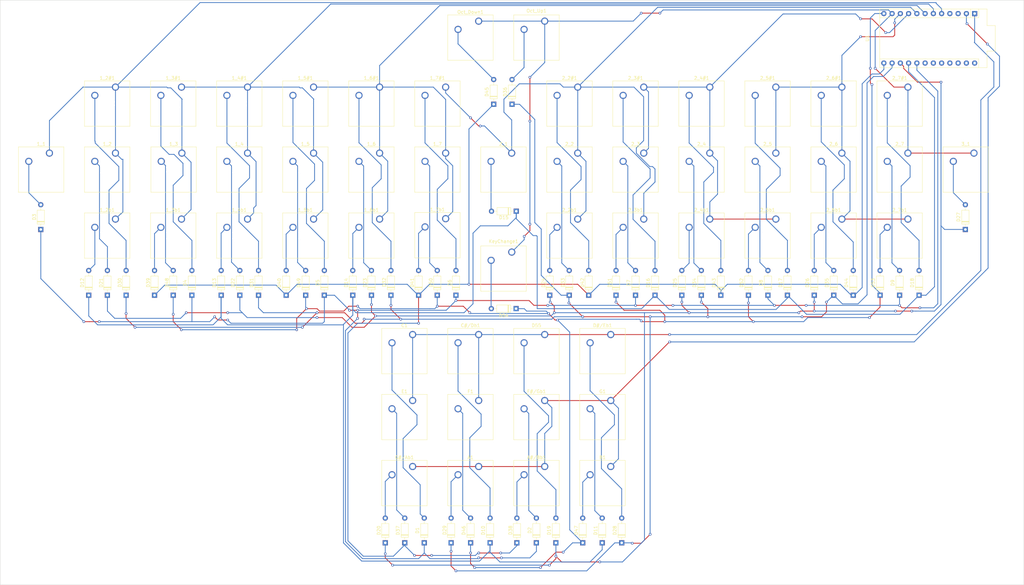
<source format=kicad_pcb>
(kicad_pcb (version 20211014) (generator pcbnew)
  (title_block (title "MIDI Keyboard Prototype, 2 Octave Edition"))
  (layers (0 "F.Cu" signal) (31 "B.Cu" signal) (34 "B.Paste" user) (35 "F.Paste" user) (36 "B.SilkS" user "B.Silkscreen") (37 "F.SilkS" user "F.Silkscreen") (38 "B.Mask" user) (39 "F.Mask" user) (44 "Edge.Cuts" user))
  (net 0 "")
  (net 1 "Net-(1_1-Pad1)")
  (net 2 "Net-(1_1-Pad2)")
  (net 3 "Net-(1_2-Pad2)")
  (net 4 "Net-(1_2#1-Pad2)")
  (net 5 "Net-(1_2b1-Pad2)")
  (net 6 "Net-(1_3-Pad2)")
  (net 7 "Net-(1_3#1-Pad1)")
  (net 8 "Net-(1_3#1-Pad2)")
  (net 9 "Net-(1_3b1-Pad2)")
  (net 10 "Net-(1_4-Pad2)")
  (net 11 "Net-(1_4#1-Pad2)")
  (net 12 "Net-(1_4b1-Pad2)")
  (net 13 "Net-(1_5-Pad2)")
  (net 14 "Net-(1_5#1-Pad1)")
  (net 15 "Net-(1_5#1-Pad2)")
  (net 16 "Net-(1_5b1-Pad2)")
  (net 17 "Net-(1_6-Pad2)")
  (net 18 "Net-(1_6#1-Pad2)")
  (net 19 "Net-(1_6b1-Pad2)")
  (net 20 "Net-(1_7-Pad2)")
  (net 21 "Net-(1_7#1-Pad1)")
  (net 22 "Net-(1_7#1-Pad2)")
  (net 23 "Net-(1_7b1-Pad2)")
  (net 24 "Net-(2_1-Pad2)")
  (net 25 "Net-(2_2-Pad2)")
  (net 26 "Net-(2_2#1-Pad2)")
  (net 27 "Net-(2_2b1-Pad2)")
  (net 28 "Net-(2_3#1-Pad1)")
  (net 29 "Net-(2_3-Pad2)")
  (net 30 "Net-(2_3#1-Pad2)")
  (net 31 "Net-(2_3b1-Pad2)")
  (net 32 "Net-(2_4-Pad2)")
  (net 33 "Net-(2_4#1-Pad2)")
  (net 34 "Net-(2_4b1-Pad2)")
  (net 35 "Net-(2_5#1-Pad1)")
  (net 36 "Net-(2_5-Pad2)")
  (net 37 "Net-(2_5#1-Pad2)")
  (net 38 "Net-(2_5b1-Pad2)")
  (net 39 "Net-(2_6-Pad2)")
  (net 40 "Net-(2_6#1-Pad2)")
  (net 41 "Net-(2_6b1-Pad2)")
  (net 42 "Net-(3_1-Pad1)")
  (net 43 "Net-(2_7-Pad2)")
  (net 44 "Net-(2_7#1-Pad2)")
  (net 45 "Net-(2_7b1-Pad2)")
  (net 46 "Net-(3_1-Pad2)")
  (net 47 "Net-(A#/Bb1-Pad1)")
  (net 48 "Net-(A#/Bb1-Pad2)")
  (net 49 "Net-(A1-Pad2)")
  (net 50 "Net-(B1-Pad2)")
  (net 51 "Net-(C#/Db1-Pad1)")
  (net 52 "Net-(C#/Db1-Pad2)")
  (net 53 "Net-(C1-Pad2)")
  (net 54 "Net-(D#/Eb1-Pad2)")
  (net 55 "Net-(D1-Pad1)")
  (net 56 "Net-(F#/Gb1-Pad2)")
  (net 57 "Net-(D10-Pad1)")
  (net 58 "Net-(G1-Pad2)")
  (net 59 "Net-(G#/Ab1-Pad2)")
  (net 60 "Net-(Oct_Up1-Pad2)")
  (net 61 "Net-(E1-Pad2)")
  (net 62 "Net-(Oct_Down1-Pad2)")
  (net 63 "Net-(F1-Pad2)")
  (net 64 "Net-(KeyChange1-Pad2)")
  (net 69 "Net-(RV1-Pad2)")
  (net 70 "Net-(RV1-Pad1)")
  (net 72 "Net-(RV1-Pad3)")
  (net 74 "Net-(D55-Pad2)")
  (net 75 "Net-(D19-Pad1)")
  (net 76 "Net-(D28-Pad1)")
  (net 77 "Net-(D37-Pad1)")
  (net 78 "Net-(D46-Pad1)")
  (footprint "Button_Switch_Keyboard:SW_Cherry_MX_1.00u_Plate" (layer "F.Cu") (at 255.54 114.92)
    (fp_text reference "2_3b1")
    (fp_text value "SW_Push")
  )
  (footprint "Diode_THT:D_DO-35_SOD27_P7.62mm_Horizontal" (layer "F.Cu") (at 202.25 214.62 90)
    (fp_text reference "D46")
    (fp_text value "1N4148")
  )
  (footprint "Button_Switch_Keyboard:SW_Cherry_MX_1.00u_Plate" (layer "F.Cu") (at 153.94 114.92)
    (fp_text reference "1_5b1")
    (fp_text value "SW_Push")
  )
  (footprint "Button_Switch_Keyboard:SW_Cherry_MX_1.00u_Plate" (layer "F.Cu") (at 245.38 150.48)
    (fp_text reference "D#/Eb1")
    (fp_text value "SW_Push")
  )
  (footprint "Diode_THT:D_DO-35_SOD27_P7.62mm_Horizontal" (layer "F.Cu") (at 354.5 118.12 90)
    (fp_text reference "D27")
    (fp_text value "1N4148")
  )
  (footprint "Diode_THT:D_DO-35_SOD27_P7.62mm_Horizontal" (layer "F.Cu") (at 145.5 138.37 90)
    (fp_text reference "D40")
    (fp_text value "1N4148")
  )
  (footprint "Diode_THT:D_DO-35_SOD27_P7.62mm_Horizontal" (layer "F.Cu") (at 151.5 138.37 90)
    (fp_text reference "D49")
    (fp_text value "1N4148")
  )
  (footprint "Diode_THT:D_DO-35_SOD27_P7.62mm_Horizontal" (layer "F.Cu") (at 267.25 138.37 90)
    (fp_text reference "D25")
    (fp_text value "1N4148")
  )
  (footprint "Diode_THT:D_DO-35_SOD27_P7.62mm_Horizontal" (layer "F.Cu") (at 208.25 214.62 90)
    (fp_text reference "D10")
    (fp_text value "1N4148")
  )
  (footprint "Button_Switch_Keyboard:SW_Cherry_MX_1.00u_Plate" (layer "F.Cu") (at 133.62 94.6)
    (fp_text reference "1_4")
    (fp_text value "SW_Push")
  )
  (footprint "Button_Switch_Keyboard:SW_Cherry_MX_1.00u_Plate" (layer "F.Cu") (at 296.18 74.28)
    (fp_text reference "2_5#1")
    (fp_text value "SW_Push")
  )
  (footprint "Button_Switch_Keyboard:SW_Cherry_MX_1.00u_Plate" (layer "F.Cu") (at 214.92 125.08)
    (fp_text reference "KeyChange1")
    (fp_text value "SW_Push")
  )
  (footprint "Diode_THT:D_DO-35_SOD27_P7.62mm_Horizontal" (layer "F.Cu") (at 293.75 138.37 90)
    (fp_text reference "D8")
    (fp_text value "1N4148")
  )
  (footprint "Button_Switch_Keyboard:SW_Cherry_MX_1.00u_Plate" (layer "F.Cu") (at 316.5 114.92)
    (fp_text reference "2_6b1")
    (fp_text value "SW_Push")
  )
  (footprint "Diode_THT:D_DO-35_SOD27_P7.62mm_Horizontal" (layer "F.Cu") (at 90.5 138.37 90)
    (fp_text reference "D21")
    (fp_text value "1N4148")
  )
  (footprint "Diode_THT:D_DO-35_SOD27_P7.62mm_Horizontal" (layer "F.Cu") (at 259 138.37 90)
    (fp_text reference "D16")
    (fp_text value "1N4148")
  )
  (footprint "Button_Switch_Keyboard:SW_Cherry_MX_1.00u_Plate" (layer "F.Cu") (at 214.9 94.6)
    (fp_text reference "2_1")
    (fp_text value "SW_Push")
  )
  (footprint "Diode_THT:D_DO-35_SOD27_P7.62mm_Horizontal" (layer "F.Cu") (at 328.25 138.37 90)
    (fp_text reference "D53")
    (fp_text value "1N4148")
  )
  (footprint "Diode_THT:D_DO-35_SOD27_P7.62mm_Horizontal" (layer "F.Cu") (at 84.75 138.37 90)
    (fp_text reference "D12")
    (fp_text value "1N4148")
  )
  (footprint "Diode_THT:D_DO-35_SOD27_P7.62mm_Horizontal" (layer "F.Cu") (at 182 214.62 90)
    (fp_text reference "D37")
    (fp_text value "1N4148")
  )
  (footprint "Diode_THT:D_DO-35_SOD27_P7.62mm_Horizontal" (layer "F.Cu") (at 131.25 138.37 90)
    (fp_text reference "D22")
    (fp_text value "1N4148")
  )
  (footprint "Button_Switch_Keyboard:SW_Cherry_MX_1.00u_Plate" (layer "F.Cu") (at 245.38 170.8)
    (fp_text reference "G1")
    (fp_text value "SW_Push")
  )
  (footprint "Button_Switch_Keyboard:SW_Cherry_MX_1.00u_Plate" (layer "F.Cu") (at 296.18 114.92)
    (fp_text reference "2_5b1")
    (fp_text value "SW_Push")
  )
  (footprint "Button_Switch_Keyboard:SW_Cherry_MX_1.00u_Plate" (layer "F.Cu") (at 316.5 74.28)
    (fp_text reference "2_6#1")
    (fp_text value "SW_Push")
  )
  (footprint "Diode_THT:D_DO-35_SOD27_P7.62mm_Horizontal" (layer "F.Cu") (at 248.75 214.62 90)
    (fp_text reference "D28")
    (fp_text value "1N4148")
  )
  (footprint "Diode_THT:D_DO-35_SOD27_P7.62mm_Horizontal" (layer "F.Cu") (at 166 138.37 90)
    (fp_text reference "D14")
    (fp_text value "1N4148")
  )
  (footprint "Button_Switch_Keyboard:SW_Cherry_MX_1.00u_Plate" (layer "F.Cu") (at 275.86 74.28)
    (fp_text reference "2_4#1")
    (fp_text value "SW_Push")
  )
  (footprint "Diode_THT:D_DO-35_SOD27_P7.62mm_Horizontal" (layer "F.Cu") (at 216.5 214.62 90)
    (fp_text reference "D38")
    (fp_text value "1N4148")
  )
  (footprint "Button_Switch_Keyboard:SW_Cherry_MX_1.00u_Plate" (layer "F.Cu") (at 225.06 150.48)
    (fp_text reference "D55")
    (fp_text value "SW_Push")
  )
  (footprint "Diode_THT:D_DO-35_SOD27_P7.62mm_Horizontal" (layer "F.Cu") (at 157.25 138.37 90)
    (fp_text reference "D5")
    (fp_text value "1N4148")
  )
  (footprint "Diode_THT:D_DO-35_SOD27_P7.62mm_Horizontal" (layer "F.Cu") (at 176 214.62 90)
    (fp_text reference "D20")
    (fp_text value "1N4148")
  )
  (footprint "Diode_THT:D_DO-35_SOD27_P7.62mm_Horizontal" (layer "F.Cu") (at 314 138.37 90)
    (fp_text reference "D35")
    (fp_text value "1N4148")
  )
  (footprint "Diode_THT:D_DO-35_SOD27_P7.62mm_Horizontal" (layer "F.Cu") (at 308 138.37 90)
    (fp_text reference "D26")
    (fp_text value "1N4148")
  )
  (footprint "Button_Switch_Keyboard:SW_Cherry_MX_1.00u_Plate" (layer "F.Cu") (at 296.18 94.6)
    (fp_text reference "2_5")
    (fp_text value "SW_Push")
  )
  (footprint "Diode_THT:D_DO-35_SOD27_P7.62mm_Horizontal" (layer "F.Cu") (at 209.36 79.56 90)
    (fp_text reference "D45")
    (fp_text value "1N4148")
  )
  (footprint "Button_Switch_Keyboard:SW_Cherry_MX_1.00u_Plate" (layer "F.Cu") (at 204.74 170.8)
    (fp_text reference "F1")
    (fp_text value "SW_Push")
  )
  (footprint "Diode_THT:D_DO-35_SOD27_P7.62mm_Horizontal" (layer "F.Cu") (at 340.25 138.37 90)
    (fp_text reference "D18")
    (fp_text value "1N4148")
  )
  (footprint "Button_Switch_Keyboard:SW_Cherry_MX_1.00u_Plate" (layer "F.Cu") (at 113.42 94.6)
    (fp_text reference "1_3")
    (fp_text value "SW_Push")
  )
  (footprint "Button_Switch_Keyboard:SW_Cherry_MX_1.00u_Plate" (layer "F.Cu") (at 225.06 53.96)
    (fp_text reference "Oct_Up1")
    (fp_text value "SW_Push")
  )
  (footprint "Diode_THT:D_DO-35_SOD27_P7.62mm_Horizontal" (layer "F.Cu") (at 125.5 138.37 90)
    (fp_text reference "D13")
    (fp_text value "1N4148")
  )
  (footprint "Button_Switch_Keyboard:SW_Cherry_MX_1.00u_Plate" (layer "F.Cu") (at 92.98 74.28)
    (fp_text reference "1_2#1")
    (fp_text value "SW_Push")
  )
  (footprint "Button_Switch_Keyboard:SW_Cherry_MX_1.00u_Plate" (layer "F.Cu") (at 235.22 74.28)
    (fp_text reference "2_2#1")
    (fp_text value "SW_Push")
  )
  (footprint "Diode_THT:D_DO-35_SOD27_P7.62mm_Horizontal" (layer "F.Cu") (at 96.25 138.37 90)
    (fp_text reference "D30")
    (fp_text value "1N4148")
  )
  (footprint "Button_Switch_Keyboard:SW_Cherry_MX_1.00u_Plate" (layer "F.Cu") (at 194.58 114.8)
    (fp_text reference "1_7b1")
    (fp_text value "SW_Push")
  )
  (footprint "Button_Switch_Keyboard:SW_Cherry_MX_1.00u_Plate" (layer "F.Cu") (at 255.54 94.6)
    (fp_text reference "2_3")
    (fp_text value "SW_Push")
  )
  (footprint "Button_Switch_Keyboard:SW_Cherry_MX_1.00u_Plate" (layer "F.Cu") (at 336.82 74.28)
    (fp_text reference "2_7#1")
    (fp_text value "SW_Push")
  )
  (footprint "Button_Switch_Keyboard:SW_Cherry_MX_1.00u_Plate" (layer "F.Cu") (at 174.26 74.28)
    (fp_text reference "1_6#1")
    (fp_text value "SW_Push")
  )
  (footprint "Button_Switch_Keyboard:SW_Cherry_MX_1.00u_Plate" (layer "F.Cu") (at 255.54 74.28)
    (fp_text reference "2_3#1")
    (fp_text value "SW_Push")
  )
  (footprint "Button_Switch_Keyboard:SW_Cherry_MX_1.00u_Plate" (layer "F.Cu") (at 336.82 94.6)
    (fp_text reference "2_7")
    (fp_text value "SW_Push")
  )
  (footprint "Button_Switch_Keyboard:SW_Cherry_MX_1.00u_Plate" (layer "F.Cu") (at 275.86 94.6)
    (fp_text reference "2_4")
    (fp_text value "SW_Push")
  )
  (footprint "Diode_THT:D_DO-35_SOD27_P7.62mm_Horizontal" (layer "F.Cu") (at 216.31 112.5 180)
    (fp_text reference "D15")
    (fp_text value "1N4148")
  )
  (footprint "Button_Switch_Keyboard:SW_Cherry_MX_1.00u_Plate" (layer "F.Cu") (at 225.06 170.8)
    (fp_text reference "F#/Gb1")
    (fp_text value "SW_Push")
  )
  (footprint "Diode_THT:D_DO-35_SOD27_P7.62mm_Horizontal" (layer "F.Cu") (at 226.6 138.37 90)
    (fp_text reference "D24")
    (fp_text value "1N4148")
  )
  (footprint "Diode_THT:D_DO-35_SOD27_P7.62mm_Horizontal" (layer "F.Cu") (at 334.25 138.37 90)
    (fp_text reference "D9")
    (fp_text value "1N4148")
  )
  (footprint "Button_Switch_Keyboard:SW_Cherry_MX_1.00u_Plate" (layer "F.Cu") (at 194.58 94.6)
    (fp_text reference "1_7")
    (fp_text value "SW_Push")
  )
  (footprint "Diode_THT:D_DO-35_SOD27_P7.62mm_Horizontal" (layer "F.Cu") (at 242.75 214.62 90)
    (fp_text reference "D11")
    (fp_text value "1N4148")
  )
  (footprint "Diode_THT:D_DO-35_SOD27_P7.62mm_Horizontal" (layer "F.Cu") (at 105 138.37 90)
    (fp_text reference "D39")
    (fp_text value "1N4148")
  )
  (footprint "Button_Switch_Keyboard:SW_Cherry_MX_1.00u_Plate" (layer "F.Cu") (at 275.86 114.92)
    (fp_text reference "2_4b1")
    (fp_text value "SW_Push")
  )
  (footprint "Diode_THT:D_DO-35_SOD27_P7.62mm_Horizontal" (layer "F.Cu") (at 116.5 138.37 90)
    (fp_text reference "D4")
    (fp_text value "1N4148")
  )
  (footprint "Diode_THT:D_DO-35_SOD27_P7.62mm_Horizontal" (layer "F.Cu") (at 273.25 138.37 90)
    (fp_text reference "D34")
    (fp_text value "1N4148")
  )
  (footprint "Button_Switch_Keyboard:SW_Cherry_MX_1.00u_Plate" (layer "F.Cu") (at 357.14 94.6)
    (fp_text reference "3_1")
    (fp_text value "SW_Push")
  )
  (footprint "Diode_THT:D_DO-35_SOD27_P7.62mm_Horizontal" (layer "F.Cu") (at 137 138.37 90)
    (fp_text reference "D31")
    (fp_text value "1N4148")
  )
  (footprint "Diode_THT:D_DO-35_SOD27_P7.62mm_Horizontal" (layer "F.Cu") (at 247 138.37 90)
    (fp_text reference "D51")
    (fp_text value "1N4148")
  )
  (footprint "Button_Switch_Keyboard:SW_Cherry_MX_1.00u_Plate" (layer "F.Cu") (at 72.66 94.6)
    (fp_text reference "1_1")
    (fp_text value "SW_Push")
  )
  (footprint "Button_Switch_Keyboard:SW_Cherry_MX_1.00u_Plate" (layer "F.Cu") (at 235.22 94.6)
    (fp_text reference "2_2")
    (fp_text value "SW_Push")
  )
  (footprint "Button_Switch_Keyboard:SW_Cherry_MX_1.00u_Plate" (layer "F.Cu") (at 133.62 74.28)
    (fp_text reference "1_4#1")
    (fp_text value "SW_Push")
  )
  (footprint "Button_Switch_Keyboard:SW_Cherry_MX_1.00u_Plate" (layer "F.Cu") (at 174.26 94.6)
    (fp_text reference "1_6")
    (fp_text value "SW_Push")
  )
  (footprint "Diode_THT:D_DO-35_SOD27_P7.62mm_Horizontal" (layer "F.Cu") (at 279.25 138.37 90)
    (fp_text reference "D43")
    (fp_text value "1N4148")
  )
  (footprint "Diode_THT:D_DO-35_SOD27_P7.62mm_Horizontal" (layer "F.Cu") (at 222.5 214.62 90)
    (fp_text reference "D2")
    (fp_text value "1N4148")
  )
  (footprint "Diode_THT:D_DO-35_SOD27_P7.62mm_Horizontal" (layer "F.Cu") (at 287.75 138.37 90)
    (fp_text reference "D52")
    (fp_text value "1N4148")
  )
  (footprint "Diode_THT:D_DO-35_SOD27_P7.62mm_Horizontal" (layer "F.Cu") (at 236.75 214.62 90)
    (fp_text reference "D47")
    (fp_text value "1N4148")
  )
  (footprint "Button_Switch_Keyboard:SW_Cherry_MX_1.00u_Plate" (layer "F.Cu") (at 194.58 74.28)
    (fp_text reference "1_7#1")
    (fp_text value "SW_Push")
  )
  (footprint "Button_Switch_Keyboard:SW_Cherry_MX_1.00u_Plate" (layer "F.Cu") (at 92.98 94.6)
    (fp_text reference "1_2")
    (fp_text value "SW_Push")
  )
  (footprint "Button_Switch_Keyboard:SW_Cherry_MX_1.00u_Plate" (layer "F.Cu") (at 235.22 114.92)
    (fp_text reference "2_2b1")
    (fp_text value "SW_Push")
  )
  (footprint "Button_Switch_Keyboard:SW_Cherry_MX_1.00u_Plate" (layer "F.Cu") (at 336.82 114.92)
    (fp_text reference "2_7b1")
    (fp_text value "SW_Push")
  )
  (footprint "Button_Switch_Keyboard:SW_Cherry_MX_1.00u_Plate" (layer "F.Cu") (at 184.42 170.8)
    (fp_text reference "E1")
    (fp_text value "SW_Push")
  )
  (footprint "Button_Switch_Keyboard:SW_Cherry_MX_1.00u_Plate" (layer "F.Cu") (at 204.74 191.12)
    (fp_text reference "A1")
    (fp_text value "SW_Push")
  )
  (footprint "Button_Switch_Keyboard:SW_Cherry_MX_1.00u_Plate" (layer "F.Cu") (at 245.38 191.12)
    (fp_text reference "B1")
    (fp_text value "SW_Push")
  )
  (footprint "Diode_THT:D_DO-35_SOD27_P7.62mm_Horizontal" (layer "F.Cu") (at 186.25 138.37 90)
    (fp_text reference "D41")
    (fp_text value "1N4148")
  )
  (footprint "Diode_THT:D_DO-35_SOD27_P7.62mm_Horizontal" (layer "F.Cu") (at 228.5 214.62 90)
    (fp_text reference "D19")
    (fp_text value "1N4148")
  )
  (footprint "Button_Switch_Keyboard:SW_Cherry_MX_1.00u_Plate" (layer "F.Cu") (at 92.98 114.92)
    (fp_text reference "1_2b1")
    (fp_text value "SW_Push")
  )
  (footprint "Diode_THT:D_DO-35_SOD27_P7.62mm_Horizontal" (layer "F.Cu") (at 320 138.37 90)
    (fp_text reference "D44")
    (fp_text value "1N4148")
  )
  (footprint "Diode_THT:D_DO-35_SOD27_P7.62mm_Horizontal" (layer "F.Cu") (at 177.75 138.37 90)
    (fp_text reference "D32")
    (fp_text value "1N4148")
  )
  (footprint "Button_Switch_Keyboard:SW_Cherry_MX_1.00u_Plate" (layer "F.Cu") (at 204.74 150.48)
    (fp_text reference "C#/Db1")
    (fp_text value "SW_Push")
  )
  (footprint "Button_Switch_Keyboard:SW_Cherry_MX_1.00u_Plate" (layer "F.Cu") (at 225.06 191.12)
    (fp_text reference "A#/Bb1")
    (fp_text value "SW_Push")
  )
  (footprint "Diode_THT:D_DO-35_SOD27_P7.62mm_Horizontal" (layer "F.Cu") (at 299.75 138.37 90)
    (fp_text reference "D17")
    (fp_text value "1N4148")
  )
  (footprint "Diode_THT:D_DO-35_SOD27_P7.62mm_Horizontal" (layer "F.Cu") (at 238.6 138.37 90)
    (fp_text reference "D42")
    (fp_text value "1N4148")
  )
  (footprint "Diode_THT:D_DO-35_SOD27_P7.62mm_Horizontal" (layer "F.Cu") (at 110.75 138.37 90)
    (fp_text reference "D48")
    (fp_text value "1N4148")
  )
  (footprint "Diode_THT:D_DO-35_SOD27_P7.62mm_Horizontal" (layer "F.Cu") (at 253 138.37 90)
    (fp_text reference "D7")
    (fp_text value "1N4148")
  )
  (footprint "Button_Switch_Keyboard:SW_Cherry_MX_1.00u_Plate" (layer "F.Cu") (at 133.62 114.92)
    (fp_text reference "1_4b1")
    (fp_text value "SW_Push")
  )
  (footprint "Button_Switch_Keyboard:SW_Cherry_MX_1.00u_Plate" (layer "F.Cu") (at 184.42 191.12)
    (fp_text reference "G#/Ab1")
    (fp_text value "SW_Push")
  )
  (footprint "Button_Switch_Keyboard:SW_Cherry_MX_1.00u_Plate" (layer "F.Cu") (at 174.26 114.92)
    (fp_text reference "1_6b1")
    (fp_text value "SW_Push")
  )
  (footprint "Diode_THT:D_DO-35_SOD27_P7.62mm_Horizontal" (layer "F.Cu") (at 215 79.56 90)
    (fp_text reference "D36")
    (fp_text value "1N4148")
  )
  (footprint "Diode_THT:D_DO-35_SOD27_P7.62mm_Horizontal" (layer "F.Cu") (at 216.25 142.5 180)
    (fp_text reference "D54")
    (fp_text value "1N4148")
  )
  (footprint "Diode_THT:D_DO-35_SOD27_P7.62mm_Horizontal" (layer "F.Cu") (at 188 214.62 90)
    (fp_text reference "D1")
    (fp_text value "1N4148")
  )
  (footprint "Arduino:Sparkfun_Pro_Micro" (layer "F.Cu") (at 329.41 66.87 90)
    (fp_text reference "U1")
    (fp_text value "Sparkfun_Pro_Micro")
  )
  (footprint "Button_Switch_Keyboard:SW_Cherry_MX_1.00u_Plate" (layer "F.Cu") (at 204.74 53.96)
    (fp_text reference "Oct_Down1")
    (fp_text value "SW_Push")
  )
  (footprint "Diode_THT:D_DO-35_SOD27_P7.62mm_Horizontal" (layer "F.Cu") (at 197.75 138.37 90)
    (fp_text reference "D6")
    (fp_text value "1N4148")
  )
  (footprint "Button_Switch_Keyboard:SW_Cherry_MX_1.00u_Plate" (layer "F.Cu") (at 184.42 150.48)
    (fp_text reference "C1")
    (fp_text value "SW_Push")
  )
  (footprint "Diode_THT:D_DO-35_SOD27_P7.62mm_Horizontal" (layer "F.Cu") (at 232.6 138.37 90)
    (fp_text reference "D33")
    (fp_text value "1N4148")
  )
  (footprint "Button_Switch_Keyboard:SW_Cherry_MX_1.00u_Plate" (layer "F.Cu") (at 316.5 94.6)
    (fp_text reference "2_6")
    (fp_text value "SW_Push")
  )
  (footprint "Diode_THT:D_DO-35_SOD27_P7.62mm_Horizontal" (layer "F.Cu") (at 192 138.37 90)
    (fp_text reference "D50")
    (fp_text value "1N4148")
  )
  (footprint "Diode_THT:D_DO-35_SOD27_P7.62mm_Horizontal" (layer "F.Cu") (at 70 118.12 90)
    (fp_text reference "D3")
    (fp_text value "1N4148")
  )
  (footprint "Button_Switch_Keyboard:SW_Cherry_MX_1.00u_Plate" (layer "F.Cu") (at 153.94 94.6)
    (fp_text reference "1_5")
    (fp_text value "SW_Push")
  )
  (footprint "Button_Switch_Keyboard:SW_Cherry_MX_1.00u_Plate" (layer "F.Cu") (at 113.3 74.28)
    (fp_text reference "1_3#1")
    (fp_text value "SW_Push")
  )
  (footprint "Diode_THT:D_DO-35_SOD27_P7.62mm_Horizontal" (layer "F.Cu") (at 171.75 138.37 90)
    (fp_text reference "D23")
    (fp_text value "1N4148")
  )
  (footprint "Button_Switch_Keyboard:SW_Cherry_MX_1.00u_Plate" (layer "F.Cu") (at 113.3 114.92)
    (fp_text reference "1_3b1")
    (fp_text value "SW_Push")
  )
  (footprint "Diode_THT:D_DO-35_SOD27_P7.62mm_Horizontal" (layer "F.Cu") (at 196.25 214.62 90)
    (fp_text reference "D29")
    (fp_text value "1N4148")
  )
  (footprint "Button_Switch_Keyboard:SW_Cherry_MX_1.00u_Plate" (layer "F.Cu") (at 153.94 74.28)
    (fp_text reference "1_5#1")
    (fp_text value "SW_Push")
  )
  (gr_line (start 57.5 227.5) (end 57.5 47.5) (layer "Edge.Cuts") (width 0.1))
  (gr_line (start 372.5 47.5) (end 372.5 227.5) (layer "Edge.Cuts") (width 0.1))
  (gr_line (start 372.5 227.5) (end 57.5 227.5) (layer "Edge.Cuts") (width 0.1))
  (gr_line (start 57.5 47.5) (end 372.5 47.5) (layer "Edge.Cuts") (width 0.1))
  (segment (start 347.19 50.16) (end 345.5 48.47) (width 0.25) (layer "B.Cu") (net 1))
  (segment (start 108.78 74.28) (end 109 74.5) (width 0.25) (layer "B.Cu") (net 1))
  (segment (start 116.25 97.43) (end 116.25 111.97) (width 0.25) (layer "B.Cu") (net 1))
  (segment (start 95.25 96.5) (end 95.25 112.75) (width 0.25) (layer "B.Cu") (net 1))
  (segment (start 119.01 48.25) (end 92.98 74.28) (width 0.25) (layer "B.Cu") (net 1))
  (segment (start 113.42 94.6) (end 116.25 97.43) (width 0.25) (layer "B.Cu") (net 1))
  (segment (start 92.98 94.6) (end 94.88 96.5) (width 0.25) (layer "B.Cu") (net 1))
  (segment (start 94.75 113.25) (end 94.65 113.25) (width 0.25) (layer "B.Cu") (net 1))
  (segment (start 92.98 74.28) (end 92.98 94.6) (width 0.25) (layer "B.Cu") (net 1))
  (segment (start 347.19 50.16) (end 347.19 51.63) (width 0.25) (layer "B.Cu") (net 1))
  (segment (start 113.5 78) (end 113.42 78.08) (width 0.25) (layer "B.Cu") (net 1))
  (segment (start 83.03 74.28) (end 92.98 74.28) (width 0.25) (layer "B.Cu") (net 1))
  (segment (start 94.65 113.25) (end 92.98 114.92) (width 0.25) (layer "B.Cu") (net 1))
  (segment (start 95.25 112.75) (end 94.75 113.25) (width 0.25) (layer "B.Cu") (net 1))
  (segment (start 345.5 48.47) (end 345.5 48.25) (width 0.25) (layer "B.Cu") (net 1))
  (segment (start 94.88 96.5) (end 95.25 96.5) (width 0.25) (layer "B.Cu") (net 1))
  (segment (start 109 74.5) (end 110 74.5) (width 0.25) (layer "B.Cu") (net 1))
  (segment (start 345.5 48.25) (end 119.01 48.25) (width 0.25) (layer "B.Cu") (net 1))
  (segment (start 116.25 111.97) (end 113.3 114.92) (width 0.25) (layer "B.Cu") (net 1))
  (segment (start 72.66 84.59) (end 83 74.25) (width 0.25) (layer "B.Cu") (net 1))
  (segment (start 83 74.25) (end 83.03 74.28) (width 0.25) (layer "B.Cu") (net 1))
  (segment (start 92.98 74.28) (end 108.78 74.28) (width 0.25) (layer "B.Cu") (net 1))
  (segment (start 113.42 78.08) (end 113.42 94.6) (width 0.25) (layer "B.Cu") (net 1))
  (segment (start 110 74.5) (end 113.5 78) (width 0.25) (layer "B.Cu") (net 1))
  (segment (start 72.66 94.6) (end 72.66 84.59) (width 0.25) (layer "B.Cu") (net 1))
  (segment (start 66.31 97.14) (end 66.31 106.81) (width 0.25) (layer "B.Cu") (net 2))
  (segment (start 66.31 106.81) (end 70 110.5) (width 0.25) (layer "B.Cu") (net 2))
  (segment (start 88.064999 98.574999) (end 86.63 97.14) (width 0.25) (layer "B.Cu") (net 3))
  (segment (start 88.064999 120.983758) (end 88.064999 98.574999) (width 0.25) (layer "B.Cu") (net 3))
  (segment (start 90.5 123.418759) (end 88.064999 120.983758) (width 0.25) (layer "B.Cu") (net 3))
  (segment (start 90.5 130.75) (end 90.5 123.418759) (width 0.25) (layer "B.Cu") (net 3))
  (segment (start 94 98.75) (end 86.75 91.5) (width 0.25) (layer "B.Cu") (net 4))
  (segment (start 96.25 130.75) (end 96.25 121.5) (width 0.25) (layer "B.Cu") (net 4))
  (segment (start 94 103) (end 94 98.75) (width 0.25) (layer "B.Cu") (net 4))
  (segment (start 96.25 121.5) (end 91 116.25) (width 0.25) (layer "B.Cu") (net 4))
  (segment (start 91 116.25) (end 91 106) (width 0.25) (layer "B.Cu") (net 4))
  (segment (start 91 106) (end 94 103) (width 0.25) (layer "B.Cu") (net 4))
  (segment (start 86.75 91.5) (end 86.75 91) (width 0.25) (layer "B.Cu") (net 4))
  (segment (start 86.63 90.88) (end 86.63 76.82) (width 0.25) (layer "B.Cu") (net 4))
  (segment (start 86.75 91) (end 86.63 90.88) (width 0.25) (layer "B.Cu") (net 4))
  (segment (start 86.63 128.87) (end 84.75 130.75) (width 0.25) (layer "B.Cu") (net 5))
  (segment (start 86.63 117.46) (end 86.63 128.87) (width 0.25) (layer "B.Cu") (net 5))
  (segment (start 108.384999 98.454999) (end 107.07 97.14) (width 0.25) (layer "B.Cu") (net 6))
  (segment (start 108.384999 128.384999) (end 108.384999 98.454999) (width 0.25) (layer "B.Cu") (net 6))
  (segment (start 110.75 130.75) (end 108.384999 128.384999) (width 0.25) (layer "B.Cu") (net 6))
  (segment (start 159.2 48.7) (end 133.62 74.28) (width 0.25) (layer "B.Cu") (net 7))
  (segment (start 149.53 74.28) (end 149.75 74.5) (width 0.25) (layer "B.Cu") (net 7))
  (segment (start 153.94 78.06) (end 153.94 94.6) (width 0.25) (layer "B.Cu") (net 7))
  (segment (start 150.5 74.5) (end 154 78) (width 0.25) (layer "B.Cu") (net 7))
  (segment (start 113.3 74.28) (end 133.62 74.28) (width 0.25) (layer "B.Cu") (net 7))
  (segment (start 133.62 74.28) (end 133.62 94.6) (width 0.25) (layer "B.Cu") (net 7))
  (segment (start 149.75 74.5) (end 150.5 74.5) (width 0.25) (layer "B.Cu") (net 7))
  (segment (start 156.75 97.41) (end 156.75 112.11) (width 0.25) (layer "B.Cu") (net 7))
  (segment (start 343.19 48.7) (end 159.2 48.7) (width 0.25) (layer "B.Cu") (net 7))
  (segment (start 135.5 111.5) (end 135.5 113.04) (width 0.25) (layer "B.Cu") (net 7))
  (segment (start 136.25 110.75) (end 135.5 111.5) (width 0.25) (layer "B.Cu") (net 7))
  (segment (start 153.94 94.6) (end 156.75 97.41) (width 0.25) (layer "B.Cu") (net 7))
  (segment (start 154 78) (end 153.94 78.06) (width 0.25) (layer "B.Cu") (net 7))
  (segment (start 344.65 50.16) (end 343.19 48.7) (width 0.25) (layer "B.Cu") (net 7))
  (segment (start 344.65 50.16) (end 344.65 51.63) (width 0.25) (layer "B.Cu") (net 7))
  (segment (start 136.25 97.23) (end 136.25 110.75) (width 0.25) (layer "B.Cu") (net 7))
  (segment (start 135.5 113.04) (end 133.62 114.92) (width 0.25) (layer "B.Cu") (net 7))
  (segment (start 156.75 112.11) (end 153.94 114.92) (width 0.25) (layer "B.Cu") (net 7))
  (segment (start 133.62 74.28) (end 149.53 74.28) (width 0.25) (layer "B.Cu") (net 7))
  (segment (start 133.62 94.6) (end 136.25 97.23) (width 0.25) (layer "B.Cu") (net 7))
  (segment (start 113.75 101.5) (end 113.75 97.75) (width 0.25) (layer "B.Cu") (net 8))
  (segment (start 111 95) (end 109.5 95) (width 0.25) (layer "B.Cu") (net 8))
  (segment (start 110.75 115.75) (end 110.75 104.5) (width 0.25) (layer "B.Cu") (net 8))
  (segment (start 116.5 121.5) (end 110.75 115.75) (width 0.25) (layer "B.Cu") (net 8))
  (segment (start 116.5 130.75) (end 116.5 121.5) (width 0.25) (layer "B.Cu") (net 8))
  (segment (start 106.95 92.45) (end 106.95 76.82) (width 0.25) (layer "B.Cu") (net 8))
  (segment (start 110.75 104.5) (end 113.75 101.5) (width 0.25) (layer "B.Cu") (net 8))
  (segment (start 113.75 97.75) (end 111 95) (width 0.25) (layer "B.Cu") (net 8))
  (segment (start 109.5 95) (end 106.95 92.45) (width 0.25) (layer "B.Cu") (net 8))
  (segment (start 105 119.41) (end 106.95 117.46) (width 0.25) (layer "B.Cu") (net 9))
  (segment (start 105 130.75) (end 105 119.41) (width 0.25) (layer "B.Cu") (net 9))
  (segment (start 131.25 130.75) (end 128.695 128.195) (width 0.25) (layer "B.Cu") (net 10))
  (segment (start 128.695 98.565) (end 127.27 97.14) (width 0.25) (layer "B.Cu") (net 10))
  (segment (start 128.695 128.195) (end 128.695 98.565) (width 0.25) (layer "B.Cu") (net 10))
  (segment (start 127.27 91.52) (end 127.27 76.82) (width 0.25) (layer "B.Cu") (net 11))
  (segment (start 134.25 98.5) (end 127.27 91.52) (width 0.25) (layer "B.Cu") (net 11))
  (segment (start 134.25 102.25) (end 134.25 98.5) (width 0.25) (layer "B.Cu") (net 11))
  (segment (start 131 115.75) (end 131 105.5) (width 0.25) (layer "B.Cu") (net 11))
  (segment (start 131 105.5) (end 134.25 102.25) (width 0.25) (layer "B.Cu") (net 11))
  (segment (start 137 121.75) (end 131 115.75) (width 0.25) (layer "B.Cu") (net 11))
  (segment (start 137 130.75) (end 137 121.75) (width 0.25) (layer "B.Cu") (net 11))
  (segment (start 125.5 119.23) (end 127.27 117.46) (width 0.25) (layer "B.Cu") (net 12))
  (segment (start 125.5 130.75) (end 125.5 119.23) (width 0.25) (layer "B.Cu") (net 12))
  (segment (start 149.024999 98.574999) (end 147.59 97.14) (width 0.25) (layer "B.Cu") (net 13))
  (segment (start 149.024999 128.274999) (end 149.024999 98.574999) (width 0.25) (layer "B.Cu") (net 13))
  (segment (start 151.5 130.75) (end 149.024999 128.274999) (width 0.25) (layer "B.Cu") (net 13))
  (segment (start 174.26 74.28) (end 174.26 67.64) (width 0.25) (layer "B.Cu") (net 14))
  (segment (start 176.75 112.43) (end 174.26 114.92) (width 0.25) (layer "B.Cu") (net 14))
  (segment (start 174.26 74.28) (end 190.78 74.28) (width 0.25) (layer "B.Cu") (net 14))
  (segment (start 174.26 94.6) (end 176.75 97.09) (width 0.25) (layer "B.Cu") (net 14))
  (segment (start 174.26 67.64) (end 192.75 49.15) (width 0.25) (layer "B.Cu") (net 14))
  (segment (start 190.78 74.28) (end 194.58 78.08) (width 0.25) (layer "B.Cu") (net 14))
  (segment (start 339.63 49.15) (end 342.11 51.63) (width 0.25) (layer "B.Cu") (net 14))
  (segment (start 194.58 94.6) (end 194.58 96.33) (width 0.25) (layer "B.Cu") (net 14))
  (segment (start 174.26 74.28) (end 174.26 94.6) (width 0.25) (layer "B.Cu") (net 14))
  (segment (start 176.75 97.09) (end 176.75 112.43) (width 0.25) (layer "B.Cu") (net 14))
  (segment (start 194.58 96.33) (end 196.75 98.5) (width 0.25) (layer "B.Cu") (net 14))
  (segment (start 153.94 74.28) (end 174.26 74.28) (width 0.25) (layer "B.Cu") (net 14))
  (segment (start 194.58 78.08) (end 194.58 94.6) (width 0.25) (layer "B.Cu") (net 14))
  (segment (start 196.75 112.63) (end 194.58 114.8) (width 0.25) (layer "B.Cu") (net 14))
  (segment (start 192.75 49.15) (end 339.63 49.15) (width 0.25) (layer "B.Cu") (net 14))
  (segment (start 196.75 98.5) (end 196.75 112.63) (width 0.25) (layer "B.Cu") (net 14))
  (segment (start 157.25 130.75) (end 157.25 121.75) (width 0.25) (layer "B.Cu") (net 15))
  (segment (start 151.75 105.5) (end 154.25 103) (width 0.25) (layer "B.Cu") (net 15))
  (segment (start 151.75 116.25) (end 151.75 105.5) (width 0.25) (layer "B.Cu") (net 15))
  (segment (start 147.59 91.34) (end 147.59 76.82) (width 0.25) (layer "B.Cu") (net 15))
  (segment (start 154.25 98) (end 147.59 91.34) (width 0.25) (layer "B.Cu") (net 15))
  (segment (start 157.25 121.75) (end 151.75 116.25) (width 0.25) (layer "B.Cu") (net 15))
  (segment (start 154.25 103) (end 154.25 98) (width 0.25) (layer "B.Cu") (net 15))
  (segment (start 145.5 119.55) (end 147.59 117.46) (width 0.25) (layer "B.Cu") (net 16))
  (segment (start 145.5 130.75) (end 145.5 119.55) (width 0.25) (layer "B.Cu") (net 16))
  (segment (start 169.344999 128.344999) (end 169.344999 98.574999) (width 0.25) (layer "B.Cu") (net 17))
  (segment (start 171.75 130.75) (end 169.344999 128.344999) (width 0.25) (layer "B.Cu") (net 17))
  (segment (start 169.344999 98.574999) (end 167.91 97.14) (width 0.25) (layer "B.Cu") (net 17))
  (segment (start 174.75 102.5) (end 174.75 98.25) (width 0.25) (layer "B.Cu") (net 18))
  (segment (start 177.75 121.75) (end 172 116) (width 0.25) (layer "B.Cu") (net 18))
  (segment (start 172 105.25) (end 174.75 102.5) (width 0.25) (layer "B.Cu") (net 18))
  (segment (start 167.91 91.41) (end 167.91 76.82) (width 0.25) (layer "B.Cu") (net 18))
  (segment (start 174.75 98.25) (end 167.91 91.41) (width 0.25) (layer "B.Cu") (net 18))
  (segment (start 177.75 130.75) (end 177.75 121.75) (width 0.25) (layer "B.Cu") (net 18))
  (segment (start 172 116) (end 172 105.25) (width 0.25) (layer "B.Cu") (net 18))
  (segment (start 166 119.37) (end 167.91 117.46) (width 0.25) (layer "B.Cu") (net 19))
  (segment (start 166 130.75) (end 166 119.37) (width 0.25) (layer "B.Cu") (net 19))
  (segment (start 189.664999 98.574999) (end 188.23 97.14) (width 0.25) (layer "B.Cu") (net 20))
  (segment (start 192 130.75) (end 189.664999 128.414999) (width 0.25) (layer "B.Cu") (net 20))
  (segment (start 189.664999 128.414999) (end 189.664999 98.574999) (width 0.25) (layer "B.Cu") (net 20))
  (segment (start 204.75 86.25) (end 205.25 86.25) (width 0.25) (layer "F.Cu") (net 21))
  (segment (start 202.25 83.75) (end 204.75 86.25) (width 0.25) (layer "F.Cu") (net 21))
  (via (at 205.25 86.25) (size 0.8) (drill 0.4) (layers "F.Cu" "B.Cu") (net 21))
  (via (at 202.25 83.75) (size 0.8) (drill 0.4) (layers "F.Cu" "B.Cu") (net 21))
  (segment (start 259 99.5) (end 259 103.5) (width 0.25) (layer "B.Cu") (net 21))
  (segment (start 237.75 112.39) (end 235.22 114.92) (width 0.25) (layer "B.Cu") (net 21))
  (segment (start 229.75 73.25) (end 230.78 74.28) (width 0.25) (layer "B.Cu") (net 21))
  (segment (start 253.25 93) (end 253.25 94.613604) (width 0.25) (layer "B.Cu") (net 21))
  (segment (start 194.58 74.28) (end 194.58 76.08) (width 0.25) (layer "B.Cu") (net 21))
  (segment (start 214.9 94.6) (end 214.9 84.4) (width 0.25) (layer "B.Cu") (net 21))
  (segment (start 214.9 84.4) (end 212.5 82) (width 0.25) (layer "B.Cu") (net 21))
  (segment (start 194.58 76.08) (end 202.25 83.75) (width 0.25) (layer "B.Cu") (net 21))
  (segment (start 217.25 73.25) (end 229.75 73.25) (width 0.25) (layer "B.Cu") (net 21))
  (segment (start 259 103.5) (end 255.54 106.96) (width 0.25) (layer "B.Cu") (net 21))
  (segment (start 212.5 78) (end 217.25 73.25) (width 0.25) (layer "B.Cu") (net 21))
  (segment (start 237.75 97.13) (end 237.75 112.39) (width 0.25) (layer "B.Cu") (net 21))
  (segment (start 235.22 74.28) (end 252.53 74.28) (width 0.25) (layer "B.Cu") (net 21))
  (segment (start 252.53 74.28) (end 255.5 77.25) (width 0.25) (layer "B.Cu") (net 21))
  (segment (start 259.79 49.71) (end 235.22 74.28) (width 0.25) (layer "B.Cu") (net 21))
  (segment (start 212.5 82) (end 212.5 78) (width 0.25) (layer "B.Cu") (net 21))
  (segment (start 235.22 74.28) (end 235.22 94.6) (width 0.25) (layer "B.Cu") (net 21))
  (segment (start 205.25 86.25) (end 206.55 86.25) (width 0.25) (layer "B.Cu") (net 21))
  (segment (start 255.54 106.96) (end 255.54 114.92) (width 0.25) (layer "B.Cu") (net 21))
  (segment (start 235.22 94.6) (end 237.75 97.13) (width 0.25) (layer "B.Cu") (net 21))
  (segment (start 257.386396 98.75) (end 258.25 98.75) (width 0.25) (layer "B.Cu") (net 21))
  (segment (start 230.78 74.28) (end 235.22 74.28) (width 0.25) (layer "B.Cu") (net 21))
  (segment (start 255.5 77.25) (end 255.5 90.75) (width 0.25) (layer "B.Cu") (net 21))
  (segment (start 337.65 49.71) (end 259.79 49.71) (width 0.25) (layer "B.Cu") (net 21))
  (segment (start 255.5 90.75) (end 253.25 93) (width 0.25) (layer "B.Cu") (net 21))
  (segment (start 339.57 51.63) (end 337.65 49.71) (width 0.25) (layer "B.Cu") (net 21))
  (segment (start 206.55 86.25) (end 214.9 94.6) (width 0.25) (layer "B.Cu") (net 21))
  (segment (start 258.25 98.75) (end 259 99.5) (width 0.25) (layer "B.Cu") (net 21))
  (segment (start 253.25 94.613604) (end 257.386396 98.75) (width 0.25) (layer "B.Cu") (net 21))
  (segment (start 188.23 91.48) (end 188.23 76.82) (width 0.25) (layer "B.Cu") (net 22))
  (segment (start 192 115.25) (end 192 105.75) (width 0.25) (layer "B.Cu") (net 22))
  (segment (start 195.25 102.5) (end 195.25 98.5) (width 0.25) (layer "B.Cu") (net 22))
  (segment (start 197.75 130.75) (end 197.75 121) (width 0.25) (layer "B.Cu") (net 22))
  (segment (start 192 105.75) (end 195.25 102.5) (width 0.25) (layer "B.Cu") (net 22))
  (segment (start 195.25 98.5) (end 188.23 91.48) (width 0.25) (layer "B.Cu") (net 22))
  (segment (start 197.75 121) (end 192 115.25) (width 0.25) (layer "B.Cu") (net 22))
  (segment (start 186.25 130.75) (end 186.25 119.32) (width 0.25) (layer "B.Cu") (net 23))
  (segment (start 186.25 119.32) (end 188.23 117.34) (width 0.25) (layer "B.Cu") (net 23))
  (segment (start 208.55 97.14) (end 208.55 112.36) (width 0.25) (layer "B.Cu") (net 24))
  (segment (start 208.55 112.36) (end 208.69 112.5) (width 0.25) (layer "B.Cu") (net 24))
  (segment (start 230.304999 98.574999) (end 228.87 97.14) (width 0.25) (layer "B.Cu") (net 25))
  (segment (start 230.304999 128.454999) (end 230.304999 98.574999) (width 0.25) (layer "B.Cu") (net 25))
  (segment (start 232.6 130.75) (end 230.304999 128.454999) (width 0.25) (layer "B.Cu") (net 25))
  (segment (start 238.6 130.75) (end 238.6 121.6) (width 0.25) (layer "B.Cu") (net 26))
  (segment (start 233 106) (end 236.25 102.75) (width 0.25) (layer "B.Cu") (net 26))
  (segment (start 236.25 102.75) (end 236.25 98.75) (width 0.25) (layer "B.Cu") (net 26))
  (segment (start 236.25 98.75) (end 228.87 91.37) (width 0.25) (layer "B.Cu") (net 26))
  (segment (start 228.87 91.37) (end 228.87 76.82) (width 0.25) (layer "B.Cu") (net 26))
  (segment (start 238.6 121.6) (end 233 116) (width 0.25) (layer "B.Cu") (net 26))
  (segment (start 233 116) (end 233 106) (width 0.25) (layer "B.Cu") (net 26))
  (segment (start 226.6 130.75) (end 226.6 119.73) (width 0.25) (layer "B.Cu") (net 27))
  (segment (start 226.6 119.73) (end 228.87 117.46) (width 0.25) (layer "B.Cu") (net 27))
  (segment (start 275.86 114.92) (end 296.18 114.92) (width 0.25) (layer "F.Cu") (net 28))
  (segment (start 325.75 53.25) (end 330 57.5) (width 0.25) (layer "F.Cu") (net 28))
  (segment (start 322.25 53.25) (end 325.75 53.25) (width 0.25) (layer "F.Cu") (net 28))
  (via (at 322.25 53.25) (size 0.8) (drill 0.4) (layers "F.Cu" "B.Cu") (net 28))
  (via (at 330 57.5) (size 0.8) (drill 0.4) (layers "F.Cu" "B.Cu") (net 28))
  (segment (start 257 93.14) (end 257 75.74) (width 0.25) (layer "B.Cu") (net 28))
  (segment (start 257 75.74) (end 255.54 74.28) (width 0.25) (layer "B.Cu") (net 28))
  (segment (start 275.86 109.64) (end 275.86 114.92) (width 0.25) (layer "B.Cu") (net 28))
  (segment (start 298.75 51.75) (end 320.75 51.75) (width 0.25) (layer "B.Cu") (net 28))
  (segment (start 255.54 74.28) (end 275.86 74.28) (width 0.25) (layer "B.Cu") (net 28))
  (segment (start 255.54 94.6) (end 257 93.14) (width 0.25) (layer "B.Cu") (net 28))
  (segment (start 278.25 96.99) (end 278.25 107.25) (width 0.25) (layer "B.Cu") (net 28))
  (segment (start 275.86 74.28) (end 275.86 94.6) (width 0.25) (layer "B.Cu") (net 28))
  (segment (start 330 57.5) (end 331.16 57.5) (width 0.25) (layer "B.Cu") (net 28))
  (segment (start 275.86 94.6) (end 278.25 96.99) (width 0.25) (layer "B.Cu") (net 28))
  (segment (start 320.75 51.75) (end 322.25 53.25) (width 0.25) (layer "B.Cu") (net 28))
  (segment (start 331.16 57.5) (end 337.03 51.63) (width 0.25) (layer "B.Cu") (net 28))
  (segment (start 275.86 74.28) (end 298.39 51.75) (width 0.25) (layer "B.Cu") (net 28))
  (segment (start 298.39 51.75) (end 298.75 51.75) (width 0.25) (layer "B.Cu") (net 28))
  (segment (start 278.25 107.25) (end 275.86 109.64) (width 0.25) (layer "B.Cu") (net 28))
  (segment (start 250.624999 98.574999) (end 249.19 97.14) (width 0.25) (layer "B.Cu") (net 29))
  (segment (start 250.624999 128.374999) (end 250.624999 98.574999) (width 0.25) (layer "B.Cu") (net 29))
  (segment (start 253 130.75) (end 250.624999 128.374999) (width 0.25) (layer "B.Cu") (net 29))
  (segment (start 252.25 115) (end 252.25 107.5) (width 0.25) (layer "B.Cu") (net 30))
  (segment (start 249.19 91.19) (end 249.19 76.82) (width 0.25) (layer "B.Cu") (net 30))
  (segment (start 257.5 99.5) (end 249.19 91.19) (width 0.25) (layer "B.Cu") (net 30))
  (segment (start 252.25 107.5) (end 257.5 102.25) (width 0.25) (layer "B.Cu") (net 30))
  (segment (start 259 121.75) (end 252.25 115) (width 0.25) (layer "B.Cu") (net 30))
  (segment (start 257.5 102.25) (end 257.5 99.5) (width 0.25) (layer "B.Cu") (net 30))
  (segment (start 259 130.75) (end 259 121.75) (width 0.25) (layer "B.Cu") (net 30))
  (segment (start 247 130.75) (end 247 119.65) (width 0.25) (layer "B.Cu") (net 31))
  (segment (start 247 119.65) (end 249.19 117.46) (width 0.25) (layer "B.Cu") (net 31))
  (segment (start 270.944999 128.444999) (end 270.944999 98.574999) (width 0.25) (layer "B.Cu") (net 32))
  (segment (start 270.944999 98.574999) (end 269.51 97.14) (width 0.25) (layer "B.Cu") (net 32))
  (segment (start 273.25 130.75) (end 270.944999 128.444999) (width 0.25) (layer "B.Cu") (net 32))
  (segment (start 279.25 121.5) (end 274 116.25) (width 0.25) (layer "B.Cu") (net 33))
  (segment (start 274 116.25) (end 274 103.5) (width 0.25) (layer "B.Cu") (net 33))
  (segment (start 274 103.5) (end 277 100.5) (width 0.25) (layer "B.Cu") (net 33))
  (segment (start 277 99) (end 269.51 91.51) (width 0.25) (layer "B.Cu") (net 33))
  (segment (start 279.25 130.75) (end 279.25 121.5) (width 0.25) (layer "B.Cu") (net 33))
  (segment (start 269.51 91.51) (end 269.51 76.82) (width 0.25) (layer "B.Cu") (net 33))
  (segment (start 277 100.5) (end 277 99) (width 0.25) (layer "B.Cu") (net 33))
  (segment (start 269.51 128.49) (end 267.25 130.75) (width 0.25) (layer "B.Cu") (net 34))
  (segment (start 269.51 117.46) (end 269.51 128.49) (width 0.25) (layer "B.Cu") (net 34))
  (segment (start 332.75 58.25) (end 332.75 54.5) (width 0.25) (layer "F.Cu") (net 35))
  (segment (start 322.25 58.75) (end 332.25 58.75) (width 0.25) (layer "F.Cu") (net 35))
  (segment (start 332.25 58.75) (end 332.5 58.5) (width 0.25) (layer "F.Cu") (net 35))
  (segment (start 316.5 114.92) (end 336.82 114.92) (width 0.25) (layer "F.Cu") (net 35))
  (segment (start 332.5 58.5) (end 332.75 58.25) (width 0.25) (layer "F.Cu") (net 35))
  (via (at 332.75 54.5) (size 0.8) (drill 0.4) (layers "F.Cu" "B.Cu") (net 35))
  (via (at 322.25 58.75) (size 0.8) (drill 0.4) (layers "F.Cu" "B.Cu") (net 35))
  (segment (start 332.75 53.37) (end 334.49 51.63) (width 0.25) (layer "B.Cu") (net 35))
  (segment (start 319 112.42) (end 316.5 114.92) (width 0.25) (layer "B.Cu") (net 35))
  (segment (start 332.75 54.5) (end 332.75 53.37) (width 0.25) (layer "B.Cu") (net 35))
  (segment (start 316.5 74.28) (end 316.5 64.5) (width 0.25) (layer "B.Cu") (net 35))
  (segment (start 296.18 94.6) (end 296.18 74.28) (width 0.25) (layer "B.Cu") (net 35))
  (segment (start 316.5 94.6) (end 319 97.1) (width 0.25) (layer "B.Cu") (net 35))
  (segment (start 296.18 74.28) (end 316.5 74.28) (width 0.25) (layer "B.Cu") (net 35))
  (segment (start 316.5 74.28) (end 316.5 94.6) (width 0.25) (layer "B.Cu") (net 35))
  (segment (start 319 97.1) (end 319 112.42) (width 0.25) (layer "B.Cu") (net 35))
  (segment (start 316.5 64.5) (end 322.25 58.75) (width 0.25) (layer "B.Cu") (net 35))
  (segment (start 291.264999 98.574999) (end 289.83 97.14) (width 0.25) (layer "B.Cu") (net 36))
  (segment (start 291.264999 128.264999) (end 291.264999 98.574999) (width 0.25) (layer "B.Cu") (net 36))
  (segment (start 293.75 130.75) (end 291.264999 128.264999) (width 0.25) (layer "B.Cu") (net 36))
  (segment (start 297.5 99.25) (end 289.83 91.58) (width 0.25) (layer "B.Cu") (net 37))
  (segment (start 299.75 130.75) (end 299.75 121.5) (width 0.25) (layer "B.Cu") (net 37))
  (segment (start 289.83 91.58) (end 289.83 76.82) (width 0.25) (layer "B.Cu") (net 37))
  (segment (start 297.5 101.5) (end 297.5 99.25) (width 0.25) (layer "B.Cu") (net 37))
  (segment (start 293.25 105.75) (end 297.5 101.5) (width 0.25) (layer "B.Cu") (net 37))
  (segment (start 293.25 115) (end 293.25 105.75) (width 0.25) (layer "B.Cu") (net 37))
  (segment (start 299.75 121.5) (end 293.25 115) (width 0.25) (layer "B.Cu") (net 37))
  (segment (start 287.75 119.54) (end 289.83 117.46) (width 0.25) (layer "B.Cu") (net 38))
  (segment (start 287.75 130.75) (end 287.75 119.54) (width 0.25) (layer "B.Cu") (net 38))
  (segment (start 311.575 128.325) (end 311.575 98.565) (width 0.25) (layer "B.Cu") (net 39))
  (segment (start 311.575 98.565) (end 310.15 97.14) (width 0.25) (layer "B.Cu") (net 39))
  (segment (start 314 130.75) (end 311.575 128.325) (width 0.25) (layer "B.Cu") (net 39))
  (segment (start 313.75 106) (end 317.25 102.5) (width 0.25) (layer "B.Cu") (net 40))
  (segment (start 313.75 115.75) (end 313.75 106) (width 0.25) (layer "B.Cu") (net 40))
  (segment (start 320 122) (end 313.75 115.75) (width 0.25) (layer "B.Cu") (net 40))
  (segment (start 310.15 91.15) (end 310.15 76.82) (width 0.25) (layer "B.Cu") (net 40))
  (segment (start 320 130.75) (end 320 122) (width 0.25) (layer "B.Cu") (net 40))
  (segment (start 317.25 98.25) (end 310.15 91.15) (width 0.25) (layer "B.Cu") (net 40))
  (segment (start 317.25 102.5) (end 317.25 98.25) (width 0.25) (layer "B.Cu") (net 40))
  (segment (start 308 130.75) (end 308 119.61) (width 0.25) (layer "B.Cu") (net 41))
  (segment (start 308 119.61) (end 310.15 117.46) (width 0.25) (layer "B.Cu") (net 41))
  (segment (start 336.82 74.28) (end 332.53 74.28) (width 0.25) (layer "F.Cu") (net 42))
  (segment (start 332.53 74.28) (end 326.75 68.5) (width 0.25) (layer "F.Cu") (net 42))
  (segment (start 220.5 116.5) (end 220.5 118.5) (width 0.25) (layer "F.Cu") (net 42))
  (segment (start 220.5 71.25) (end 220.5 84.75) (width 0.25) (layer "F.Cu") (net 42))
  (segment (start 260.5 51.5) (end 254.75 51.5) (width 0.25) (layer "F.Cu") (net 42))
  (segment (start 336.82 94.6) (end 357.14 94.6) (width 0.25) (layer "F.Cu") (net 42))
  (segment (start 220.5 118.5) (end 218.75 120.25) (width 0.25) (layer "F.Cu") (net 42))
  (via (at 218.75 120.25) (size 0.8) (drill 0.4) (layers "F.Cu" "B.Cu") (net 42))
  (via (at 260.5 51.5) (size 0.8) (drill 0.4) (layers "F.Cu" "B.Cu") (net 42))
  (via (at 220.5 84.75) (size 0.8) (drill 0.4) (layers "F.Cu" "B.Cu") (net 42))
  (via (at 220.5 71.25) (size 0.8) (drill 0.4) (layers "F.Cu" "B.Cu") (net 42))
  (via (at 254.75 51.5) (size 0.8) (drill 0.4) (layers "F.Cu" "B.Cu") (net 42))
  (via (at 220.5 116.5) (size 0.8) (drill 0.4) (layers "F.Cu" "B.Cu") (net 42))
  (via (at 326.75 68.5) (size 0.8) (drill 0.4) (layers "F.Cu" "B.Cu") (net 42))
  (segment (start 225.06 53.96) (end 225.06 66.69) (width 0.25) (layer "B.Cu") (net 42))
  (segment (start 331.95 51.63) (end 330.825 50.505) (width 0.25) (layer "B.Cu") (net 42))
  (segment (start 326.75 68.5) (end 326.75 56.83) (width 0.25) (layer "B.Cu") (net 42))
  (segment (start 204.74 53.96) (end 225.06 53.96) (width 0.25) (layer "B.Cu") (net 42))
  (segment (start 225.06 66.69) (end 220.5 71.25) (width 0.25) (layer "B.Cu") (net 42))
  (segment (start 218.75 121.25) (end 214.92 125.08) (width 0.25) (layer "B.Cu") (net 42))
  (segment (start 336.82 74.28) (end 336.82 94.6) (width 0.25) (layer "B.Cu") (net 42))
  (segment (start 326.75 56.83) (end 331.95 51.63) (width 0.25) (layer "B.Cu") (net 42))
  (segment (start 220.5 84.75) (end 220.5 116.5) (width 0.25) (layer "B.Cu") (net 42))
  (segment (start 218.75 120.25) (end 218.75 121.25) (width 0.25) (layer "B.Cu") (net 42))
  (segment (start 252.29 53.96) (end 225.06 53.96) (width 0.25) (layer "B.Cu") (net 42))
  (segment (start 261.495 50.505) (end 260.5 51.5) (width 0.25) (layer "B.Cu") (net 42))
  (segment (start 330.825 50.505) (end 261.495 50.505) (width 0.25) (layer "B.Cu") (net 42))
  (segment (start 254.75 51.5) (end 252.29 53.96) (width 0.25) (layer "B.Cu") (net 42))
  (segment (start 331.904999 128.404999) (end 331.904999 98.574999) (width 0.25) (layer "B.Cu") (net 43))
  (segment (start 331.904999 98.574999) (end 330.47 97.14) (width 0.25) (layer "B.Cu") (net 43))
  (segment (start 334.25 130.75) (end 331.904999 128.404999) (width 0.25) (layer "B.Cu") (net 43))
  (segment (start 337.5 98.5) (end 330.47 91.47) (width 0.25) (layer "B.Cu") (net 44))
  (segment (start 340.25 130.75) (end 340.25 121.5) (width 0.25) (layer "B.Cu") (net 44))
  (segment (start 340.25 121.5) (end 334.75 116) (width 0.25) (layer "B.Cu") (net 44))
  (segment (start 330.47 91.47) (end 330.47 76.82) (width 0.25) (layer "B.Cu") (net 44))
  (segment (start 337.5 102) (end 337.5 98.5) (width 0.25) (layer "B.Cu") (net 44))
  (segment (start 334.75 116) (end 334.75 104.75) (width 0.25) (layer "B.Cu") (net 44))
  (segment (start 334.75 104.75) (end 337.5 102) (width 0.25) (layer "B.Cu") (net 44))
  (segment (start 328.25 130.75) (end 328.25 119.68) (width 0.25) (layer "B.Cu") (net 45))
  (segment (start 328.25 119.68) (end 330.47 117.46) (width 0.25) (layer "B.Cu") (net 45))
  (segment (start 354.5 110.5) (end 350.79 106.79) (width 0.25) (layer "B.Cu") (net 46))
  (segment (start 350.79 106.79) (end 350.79 97.14) (width 0.25) (layer "B.Cu") (net 46))
  (segment (start 361.25 61) (end 355 54.75) (width 0.25) (layer "F.Cu") (net 47))
  (segment (start 184.42 191.12) (end 204.74 191.12) (width 0.25) (layer "F.Cu") (net 47))
  (segment (start 225.06 170.8) (end 245.38 170.8) (width 0.25) (layer "F.Cu") (net 47))
  (segment (start 204.74 191.12) (end 225.06 191.12) (width 0.25) (layer "F.Cu") (net 47))
  (segment (start 263.43 152.75) (end 263.5 152.75) (width 0.25) (layer "F.Cu") (net 47))
  (segment (start 245.38 170.8) (end 263.43 152.75) (width 0.25) (layer "F.Cu") (net 47))
  (via (at 361.25 61) (size 0.8) (drill 0.4) (layers "F.Cu" "B.Cu") (net 47))
  (via (at 355 54.75) (size 0.8) (drill 0.4) (layers "F.Cu" "B.Cu") (net 47))
  (via (at 263.5 152.75) (size 0.8) (drill 0.4) (layers "F.Cu" "B.Cu") (net 47))
  (segment (start 355 54.75) (end 354.81 54.56) (width 0.25) (layer "B.Cu") (net 47))
  (segment (start 225.06 191.12) (end 225.06 180.94) (width 0.25) (layer "B.Cu") (net 47))
  (segment (start 227.25 172.99) (end 225.06 170.8) (width 0.25) (layer "B.Cu") (net 47))
  (segment (start 245.38 170.8) (end 247.75 173.17) (width 0.25) (layer "B.Cu") (net 47))
  (segment (start 365 74) (end 365 64.75) (width 0.25) (layer "B.Cu") (net 47))
  (segment (start 365 64.75) (end 361.25 61) (width 0.25) (layer "B.Cu") (net 47))
  (segment (start 338.75 152.75) (end 360.75 130.75) (width 0.25) (layer "B.Cu") (net 47))
  (segment (start 361.5 130) (end 361.5 78.5) (width 0.25) (layer "B.Cu") (net 47))
  (segment (start 263.5 152.75) (end 338.75 152.75) (width 0.25) (layer "B.Cu") (net 47))
  (segment (start 247.75 173.17) (end 247.75 188.75) (width 0.25) (layer "B.Cu") (net 47))
  (segment (start 225.06 180.94) (end 227.25 178.75) (width 0.25) (layer "B.Cu") (net 47))
  (segment (start 227.25 178.75) (end 227.25 172.99) (width 0.25) (layer "B.Cu") (net 47))
  (segment (start 247.75 188.75) (end 245.38 191.12) (width 0.25) (layer "B.Cu") (net 47))
  (segment (start 361.5 78.5) (end 361.5 77.5) (width 0.25) (layer "B.Cu") (net 47))
  (segment (start 360.75 130.75) (end 361.5 130) (width 0.25) (layer "B.Cu") (net 47))
  (segment (start 354.81 54.56) (end 354.81 51.63) (width 0.25) (layer "B.Cu") (net 47))
  (segment (start 361.5 77.5) (end 365 74) (width 0.25) (layer "B.Cu") (net 47))
  (segment (start 216.5 195.87) (end 218.71 193.66) (width 0.25) (layer "B.Cu") (net 48))
  (segment (start 216.5 207) (end 216.5 195.87) (width 0.25) (layer "B.Cu") (net 48))
  (segment (start 196.25 207) (end 196.25 195.8) (width 0.25) (layer "B.Cu") (net 49))
  (segment (start 196.25 195.8) (end 198.39 193.66) (width 0.25) (layer "B.Cu") (net 49))
  (segment (start 236.75 207) (end 236.75 195.94) (width 0.25) (layer "B.Cu") (net 50))
  (segment (start 236.75 195.94) (end 239.03 193.66) (width 0.25) (layer "B.Cu") (net 50))
  (segment (start 225.06 150.48) (end 245.38 150.48) (width 0.25) (layer "F.Cu") (net 51))
  (segment (start 245.38 150.48) (end 263.48 150.48) (width 0.25) (layer "F.Cu") (net 51))
  (via (at 263.48 150.48) (size 0.8) (drill 0.4) (layers "F.Cu" "B.Cu") (net 51))
  (segment (start 359.25 78.25) (end 363.25 74.25) (width 0.25) (layer "B.Cu") (net 51))
  (segment (start 204.74 150.48) (end 225.06 150.48) (width 0.25) (layer "B.Cu") (net 51))
  (segment (start 204.74 150.48) (end 204.74 170.8) (width 0.25) (layer "B.Cu") (net 51))
  (segment (start 357.25 60.5) (end 357.35 60.4) (width 0.25) (layer "B.Cu") (net 51))
  (segment (start 339.52 150.48) (end 359.25 130.75) (width 0.25) (layer "B.Cu") (net 51))
  (segment (start 359.25 130.75) (end 359.25 78.25) (width 0.25) (layer "B.Cu") (net 51))
  (segment (start 263.48 150.48) (end 339.52 150.48) (width 0.25) (layer "B.Cu") (net 51))
  (segment (start 363.25 66.5) (end 357.25 60.5) (width 0.25) (layer "B.Cu") (net 51))
  (segment (start 363.25 74.25) (end 363.25 66.5) (width 0.25) (layer "B.Cu") (net 51))
  (segment (start 357.35 60.4) (end 357.35 51.63) (width 0.25) (layer "B.Cu") (net 51))
  (segment (start 184.42 170.8) (end 184.42 150.48) (width 0.25) (layer "B.Cu") (net 51))
  (segment (start 184.42 150.48) (end 204.74 150.48) (width 0.25) (layer "B.Cu") (net 51))
  (segment (start 202 182.25) (end 205.5 178.75) (width 0.25) (layer "B.Cu") (net 52))
  (segment (start 208.25 207) (end 208.25 197.75) (width 0.25) (layer "B.Cu") (net 52))
  (segment (start 205.5 178.75) (end 205.5 175) (width 0.25) (layer "B.Cu") (net 52))
  (segment (start 205.5 175) (end 198.39 167.89) (width 0.25) (layer "B.Cu") (net 52))
  (segment (start 202 191.5) (end 202 182.25) (width 0.25) (layer "B.Cu") (net 52))
  (segment (start 208.25 197.75) (end 202 191.5) (width 0.25) (layer "B.Cu") (net 52))
  (segment (start 198.39 167.89) (end 198.39 153.02) (width 0.25) (layer "B.Cu") (net 52))
  (segment (start 186.75 205.75) (end 186.75 196.75) (width 0.25) (layer "B.Cu") (net 53))
  (segment (start 185.75 175.25) (end 178.07 167.57) (width 0.25) (layer "B.Cu") (net 53))
  (segment (start 186.75 196.75) (end 181.5 191.5) (width 0.25) (layer "B.Cu") (net 53))
  (segment (start 178.07 167.57) (end 178.07 153.02) (width 0.25) (layer "B.Cu") (net 53))
  (segment (start 185.75 178.25) (end 185.75 175.25) (width 0.25) (layer "B.Cu") (net 53))
  (segment (start 181.5 182.5) (end 185.75 178.25) (width 0.25) (layer "B.Cu") (net 53))
  (segment (start 181.5 191.5) (end 181.5 182.5) (width 0.25) (layer "B.Cu") (net 53))
  (segment (start 188 207) (end 186.75 205.75) (width 0.25) (layer "B.Cu") (net 53))
  (segment (start 239.03 167.78) (end 239.03 153.02) (width 0.25) (layer "B.Cu") (net 54))
  (segment (start 242.5 191.75) (end 242.5 182.25) (width 0.25) (layer "B.Cu") (net 54))
  (segment (start 246.5 175.25) (end 239.03 167.78) (width 0.25) (layer "B.Cu") (net 54))
  (segment (start 248.75 198) (end 242.5 191.75) (width 0.25) (layer "B.Cu") (net 54))
  (segment (start 246.5 178.25) (end 246.5 175.25) (width 0.25) (layer "B.Cu") (net 54))
  (segment (start 248.75 207) (end 248.75 198) (width 0.25) (layer "B.Cu") (net 54))
  (segment (start 242.5 182.25) (end 246.5 178.25) (width 0.25) (layer "B.Cu") (net 54))
  (segment (start 221.75 141.5) (end 220.5 140.25) (width 0.25) (layer "F.Cu") (net 55))
  (segment (start 204.75 219.25) (end 211.75 219.25) (width 0.25) (layer "F.Cu") (net 55))
  (segment (start 85 146.5) (end 83.25 146.5) (width 0.25) (layer "F.Cu") (net 55))
  (segment (start 88 146.5) (end 85 146.5) (width 0.25) (layer "F.Cu") (net 55))
  (segment (start 226 141.5) (end 221.75 141.5) (width 0.25) (layer "F.Cu") (net 55))
  (segment (start 127.5 146) (end 124.5 146) (width 0.25) (layer "F.Cu") (net 55))
  (segment (start 305.5 141.5) (end 295.75 141.5) (width 0.25) (layer "F.Cu") (net 55))
  (segment (start 124.5 146) (end 123.5 145) (width 0.25) (layer "F.Cu") (net 55))
  (segment (start 340.5 142.25) (end 335 142.25) (width 0.25) (layer "F.Cu") (net 55))
  (segment (start 335 142.25) (end 334.25 141.5) (width 0.25) (layer "F.Cu") (net 55))
  (segment (start 167.5 143) (end 165 143) (width 0.25) (layer "F.Cu") (net 55))
  (segment (start 220.25 140) (end 197.75 140) (width 0.25) (layer "F.Cu") (net 55))
  (segment (start 167.5 143) (end 167.5 145.5) (width 0.25) (layer "F.Cu") (net 55))
  (segment (start 220.5 140.25) (end 220.25 140) (width 0.25) (layer "F.Cu") (net 55))
  (segment (start 264.5 141.5) (end 253 141.5) (width 0.25) (layer "F.Cu") (net 55))
  (via (at 88 146.5) (size 0.8) (drill 0.4) (layers "F.Cu" "B.Cu") (net 55))
  (via (at 197.75 140) (size 0.8) (drill 0.4) (layers "F.Cu" "B.Cu") (net 55))
  (via (at 226 141.5) (size 0.8) (drill 0.4) (layers "F.Cu" "B.Cu") (net 55))
  (via (at 204.75 219.25) (size 0.8) (drill 0.4) (layers "F.Cu" "B.Cu") (net 55))
  (via (at 253 141.5) (size 0.8) (drill 0.4) (layers "F.Cu" "B.Cu") (net 55))
  (via (at 167.5 145.5) (size 0.8) (drill 0.4) (layers "F.Cu" "B.Cu") (net 55))
  (via (at 165 143) (size 0.8) (drill 0.4) (layers "F.Cu" "B.Cu") (net 55))
  (via (at 334.25 141.5) (size 0.8) (drill 0.4) (layers "F.Cu" "B.Cu") (net 55))
  (via (at 127.5 146) (size 0.8) (drill 0.4) (layers "F.Cu" "B.Cu") (net 55))
  (via (at 123.5 145) (size 0.8) (drill 0.4) (layers "F.Cu" "B.Cu") (net 55))
  (via (at 264.5 141.5) (size 0.8) (drill 0.4) (layers "F.Cu" "B.Cu") (net 55))
  (via (at 305.5 141.5) (size 0.8) (drill 0.4) (layers "F.Cu" "B.Cu") (net 55))
  (via (at 340.5 142.25) (size 0.8) (drill 0.4) (layers "F.Cu" "B.Cu") (net 55))
  (via (at 167.5 143) (size 0.8) (drill 0.4) (layers "F.Cu" "B.Cu") (net 55))
  (via (at 295.75 141.5) (size 0.8) (drill 0.4) (layers "F.Cu" "B.Cu") (net 55))
  (via (at 83.25 146.5) (size 0.8) (drill 0.4) (layers "F.Cu" "B.Cu") (net 55))
  (via (at 211.75 219.25) (size 0.8) (drill 0.4) (layers "F.Cu" "B.Cu") (net 55))
  (segment (start 346 141) (end 344.75 142.25) (width 0.25) (layer "B.Cu") (net 55))
  (segment (start 157.25 138.37) (end 157.25 146.5) (width 0.25) (layer "B.Cu") (net 55))
  (segment (start 157.25 146.5) (end 156.75 147) (width 0.25) (layer "B.Cu") (net 55))
  (segment (start 188 217.75) (end 189.75 219.5) (width 0.25) (layer "B.Cu") (net 55))
  (segment (start 253 141.5) (end 253 138.37) (width 0.25) (layer "B.Cu") (net 55))
  (segment (start 188 217.75) (end 188 214.62) (width 0.25) (layer "B.Cu") (net 55))
  (segment (start 194.75 143) (end 167.5 143) (width 0.25) (layer "B.Cu") (net 55))
  (segment (start 123.5 145) (end 122 146.5) (width 0.25) (layer "B.Cu") (net 55))
  (segment (start 295.75 141.5) (end 264.5 141.5) (width 0.25) (layer "B.Cu") (net 55))
  (segment (start 116.5 146.5) (end 88 146.5) (width 0.25) (layer "B.Cu") (net 55))
  (segment (start 83.25 146.5) (end 70 133.25) (width 0.25) (layer "B.Cu") (net 55))
  (segment (start 334.25 141.5) (end 305.5 141.5) (width 0.25) (layer "B.Cu") (net 55))
  (segment (start 204.5 219.5) (end 204.75 219.25) (width 0.25) (layer "B.Cu") (net 55))
  (segment (start 70 133.25) (end 70 118.12) (width 0.25) (layer "B.Cu") (net 55))
  (segment (start 190 219.5) (end 204.5 219.5) (width 0.25) (layer "B.Cu") (net 55))
  (segment (start 116.5 146.5) (end 116.5 138.37) (width 0.25) (layer "B.Cu") (net 55))
  (segment (start 293.75 139.5) (end 293.75 138.37) (width 0.25) (layer "B.Cu") (net 55))
  (segment (start 295.75 141.5) (end 293.75 139.5) (width 0.25) (layer "B.Cu") (net 55))
  (segment (start 167.5 145.5) (end 163.75 149.25) (width 0.25) (layer "B.Cu") (net 55))
  (segment (start 197.75 140) (end 196.75 141) (width 0.25) (layer "B.Cu") (net 55))
  (segment (start 196.75 141) (end 194.75 143) (width 0.25) (layer "B.Cu") (net 55))
  (segment (start 186.25 219.5) (end 188 217.75) (width 0.25) (layer "B.Cu") (net 55))
  (segment (start 344.75 142.25) (end 340.5 142.25) (width 0.25) (layer "B.Cu") (net 55))
  (segment (start 339.57 69.07) (end 346 75.5) (width 0.25) (layer "B.Cu") (net 55))
  (segment (start 128.5 147) (end 127.5 146) (width 0.25) (layer "B.Cu") (net 55))
  (segment (start 122 146.5) (end 116.5 146.5) (width 0.25) (layer "B.Cu") (net 55))
  (segment (start 160.37 138.37) (end 157.25 138.37) (width 0.25) (layer "B.Cu") (net 55))
  (segment (start 334.25 141.5) (end 334.25 138.37) (width 0.25) (layer "B.Cu") (net 55))
  (segment (start 220.5 219.25) (end 222.5 217.25) (width 0.25) (layer "B.Cu") (net 55))
  (segment (start 165 143) (end 160.37 138.37) (width 0.25) (layer "B.Cu") (net 55))
  (segment (start 339.57 69.07) (end 339.57 66.87) (width 0.25) (layer "B.Cu") (net 55))
  (segment (start 169 219.5) (end 186.25 219.5) (width 0.25) (layer "B.Cu") (net 55))
  (segment (start 189.75 219.5) (end 190 219.5) (width 0.25) (layer "B.Cu") (net 55))
  (segment (start 253 141.5) (end 226 141.5) (width 0.25) (layer "B.Cu") (net 55))
  (segment (start 163.75 214.25) (end 169 219.5) (width 0.25) (layer "B.Cu") (net 55))
  (segment (start 211.75 219.25) (end 220.5 219.25) (width 0.25) (layer "B.Cu") (net 55))
  (segment (start 346 75.5) (end 346 141) (width 0.25) (layer "B.Cu") (net 55))
  (segment (start 222.5 217.25) (end 222.5 214.62) (width 0.25) (layer "B.Cu") (net 55))
  (segment (start 156.75 147) (end 128.5 147) (width 0.25) (layer "B.Cu") (net 55))
  (segment (start 163.75 149.25) (end 163.75 214.25) (width 0.25) (layer "B.Cu") (net 55))
  (segment (start 197.75 140) (end 197.75 138.37) (width 0.25) (layer "B.Cu") (net 55))
  (segment (start 220.144999 174.774999) (end 218.71 173.34) (width 0.25) (layer "B.Cu") (net 56))
  (segment (start 222.5 207) (end 220.144999 204.644999) (width 0.25) (layer "B.Cu") (net 56))
  (segment (start 220.144999 204.644999) (end 220.144999 174.774999) (width 0.25) (layer "B.Cu") (net 56))
  (segment (start 203 141) (end 203 119.25) (width 0.25) (layer "B.Cu") (net 57))
  (segment (start 222.75 120.25) (end 222.75 142.5) (width 0.25) (layer "B.Cu") (net 57))
  (segment (start 123 147.5) (end 125.5 145) (width 0.25) (layer "B.Cu") (net 57))
  (segment (start 166 142.75) (end 167 143.75) (width 0.25) (layer "B.Cu") (net 57))
  (segment (start 208.25 217.5) (end 211.25 220.5) (width 0.25) (layer "B.Cu") (net 57))
  (segment (start 337.03 69.53) (end 337.03 66.87) (width 0.25) (layer "B.Cu") (net 57))
  (segment (start 340.25 138.37) (end 342.38 138.37) (width 0.25) (layer "B.Cu") (net 57))
  (segment (start 222.75 142.5) (end 254.87 142.5) (width 0.25) (layer "B.Cu") (net 57))
  (segment (start 211.25 220.5) (end 239 220.5) (width 0.25) (layer "B.Cu") (net 57))
  (segment (start 345 135.75) (end 345 77.5) (width 0.25) (layer "B.Cu") (net 57))
  (segment (start 299.75 138.37) (end 305.63 144.25) (width 0.25) (layer "B.Cu") (net 57))
  (segment (start 208.25 217) (end 205 220.25) (width 0.25) (layer "B.Cu") (net 57))
  (segment (start 163 147.5) (end 163.125 147.375) (width 0.25) (layer "B.Cu") (net 57))
  (segment (start 125.5 145) (end 125.5 138.37) (width 0.25) (layer "B.Cu") (net 57))
  (segment (start 200.25 143.75) (end 203 141) (width 0.25) (layer "B.Cu") (net 57))
  (segment (start 259 138.37) (end 263.38 142.75) (width 0.25) (layer "B.Cu") (net 57))
  (segment (start 216.31 114.44) (end 216.31 112.5) (width 0.25) (layer "B.Cu") (net 57))
  (segment (start 168.75 220.25) (end 163.125 214.625) (width 0.25) (layer "B.Cu") (net 57))
  (segment (start 87.5 147.5) (end 123 147.5) (width 0.25) (layer "B.Cu") (net 57))
  (segment (start 84.75 144.75) (end 87.5 147.5) (width 0.25) (layer "B.Cu") (net 57))
  (segment (start 222.5 120) (end 222.75 120.25) (width 0.25) (layer "B.Cu") (net 57))
  (segment (start 163.125 147.375) (end 166 144.5) (width 0.25) (layer "B.Cu") (net 57))
  (segment (start 299.75 139.25) (end 299.75 138.37) (width 0.25) (layer "B.Cu") (net 57))
  (segment (start 208.25 214.62) (end 208.25 217) (width 0.25) (layer "B.Cu") (net 57))
  (segment (start 305.63 144.25) (end 334.37 144.25) (width 0.25) (layer "B.Cu") (net 57))
  (segment (start 127.5 147.5) (end 163 147.5) (width 0.25) (layer "B.Cu") (net 57))
  (segment (start 208.25 214.62) (end 208.25 217.5) (width 0.25) (layer "B.Cu") (net 57))
  (segment (start 167 143.75) (end 200.25 143.75) (width 0.25) (layer "B.Cu") (net 57))
  (segment (start 263.38 142.75) (end 296.25 142.75) (width 0.25) (layer "B.Cu") (net 57))
  (segment (start 345 77.5) (end 337.03 69.53) (width 0.25) (layer "B.Cu") (net 57))
  (segment (start 166 138.37) (end 166 142.75) (width 0.25) (layer "B.Cu") (net 57))
  (segment (start 296.25 142.75) (end 299.75 139.25) (width 0.25) (layer "B.Cu") (net 57))
  (segment (start 163.125 214.625) (end 163.125 147.375) (width 0.25) (layer "B.Cu") (net 57))
  (segment (start 125.5 145.5) (end 127.5 147.5) (width 0.25) (layer "B.Cu") (net 57))
  (segment (start 213.75 117) (end 216.31 114.44) (width 0.25) (layer "B.Cu") (net 57))
  (segment (start 166 144.5) (end 166 138.37) (width 0.25) (layer "B.Cu") (net 57))
  (segment (start 205.25 117) (end 213.75 117) (width 0.25) (layer "B.Cu") (net 57))
  (segment (start 342.38 138.37) (end 345 135.75) (width 0.25) (layer "B.Cu") (net 57))
  (segment (start 254.87 142.5) (end 259 138.37) (width 0.25) (layer "B.Cu") (net 57))
  (segment (start 203 119.25) (end 205.25 117) (width 0.25) (layer "B.Cu") (net 57))
  (segment (start 239 220.5) (end 242.75 216.75) (width 0.25) (layer "B.Cu") (net 57))
  (segment (start 334.37 144.25) (end 340.25 138.37) (width 0.25) (layer "B.Cu") (net 57))
  (segment (start 216.31 114.81) (end 221.5 120) (width 0.25) (layer "B.Cu") (net 57))
  (segment (start 205 220.25) (end 168.75 220.25) (width 0.25) (layer "B.Cu") (net 57))
  (segment (start 242.75 216.75) (end 242.75 214.62) (width 0.25) (layer "B.Cu") (net 57))
  (segment (start 84.75 138.37) (end 84.75 144.75) (width 0.25) (layer "B.Cu") (net 57))
  (segment (start 125.5 138.37) (end 125.5 145.5) (width 0.25) (layer "B.Cu") (net 57))
  (segment (start 216.31 112.5) (end 216.31 114.81) (width 0.25) (layer "B.Cu") (net 57))
  (segment (start 221.5 120) (end 222.5 120) (width 0.25) (layer "B.Cu") (net 57))
  (segment (start 242.75 207) (end 240.464999 204.714999) (width 0.25) (layer "B.Cu") (net 58))
  (segment (start 240.464999 204.714999) (end 240.464999 174.774999) (width 0.25) (layer "B.Cu") (net 58))
  (segment (start 240.464999 174.774999) (end 239.03 173.34) (width 0.25) (layer "B.Cu") (net 58))
  (segment (start 176 195.73) (end 178.07 193.66) (width 0.25) (layer "B.Cu") (net 59))
  (segment (start 176 207) (end 176 195.73) (width 0.25) (layer "B.Cu") (net 59))
  (segment (start 218.71 68.23) (end 215 71.94) (width 0.25) (layer "B.Cu") (net 60))
  (segment (start 218.71 56.5) (end 218.71 68.23) (width 0.25) (layer "B.Cu") (net 60))
  (segment (start 182 207) (end 179.504999 204.504999) (width 0.25) (layer "B.Cu") (net 61))
  (segment (start 179.504999 204.504999) (end 179.504999 174.774999) (width 0.25) (layer "B.Cu") (net 61))
  (segment (start 179.504999 174.774999) (end 178.07 173.34) (width 0.25) (layer "B.Cu") (net 61))
  (segment (start 198.39 56.5) (end 198.39 60.97) (width 0.25) (layer "B.Cu") (net 62))
  (segment (start 198.39 60.97) (end 209.36 71.94) (width 0.25) (layer "B.Cu") (net 62))
  (segment (start 199.824999 174.774999) (end 198.39 173.34) (width 0.25) (layer "B.Cu") (net 63))
  (segment (start 202.25 207) (end 199.824999 204.574999) (width 0.25) (layer "B.Cu") (net 63))
  (segment (start 199.824999 204.574999) (end 199.824999 174.774999) (width 0.25) (layer "B.Cu") (net 63))
  (segment (start 208.57 127.62) (end 208.57 142.44) (width 0.25) (layer "B.Cu") (net 64))
  (segment (start 208.57 142.44) (end 208.63 142.5) (width 0.25) (layer "B.Cu") (net 64))
  (segment (start 222.75 192.5) (end 222.75 181) (width 0.25) (layer "B.Cu") (net 74))
  (segment (start 222.75 181) (end 226.25 177.5) (width 0.25) (layer "B.Cu") (net 74))
  (segment (start 226.25 175.5) (end 218.71 167.96) (width 0.25) (layer "B.Cu") (net 74))
  (segment (start 228.5 207) (end 228.5 198.25) (width 0.25) (layer "B.Cu") (net 74))
  (segment (start 226.25 177.5) (end 226.25 175.5) (width 0.25) (layer "B.Cu") (net 74))
  (segment (start 228.5 198.25) (end 222.75 192.5) (width 0.25) (layer "B.Cu") (net 74))
  (segment (start 218.71 167.96) (end 218.71 153.02) (width 0.25) (layer "B.Cu") (net 74))
  (segment (start 335.5 68.5) (end 335.5 67.88) (width 0.25) (layer "F.Cu") (net 75))
  (segment (start 127.5 143.75) (end 114.75 143.75) (width 0.25) (layer "F.Cu") (net 75))
  (segment (start 303.75 143.25) (end 303.25 143.75) (width 0.25) (layer "F.Cu") (net 75))
  (segment (start 169.5 148.25) (end 165.75 148.25) (width 0.25) (layer "F.Cu") (net 75))
  (segment (start 267.25 141.5) (end 267.25 140.5) (width 0.25) (layer "F.Cu") (net 75))
  (segment (start 308 143.25) (end 303.75 143.25) (width 0.25) (layer "F.Cu") (net 75))
  (segment (start 162.75 145.25) (end 155 145.25) (width 0.25) (layer "F.Cu") (net 75))
  (segment (start 228 141.75) (end 226.75 140.5) (width 0.25) (layer "F.Cu") (net 75))
  (segment (start 228 143.75) (end 228 141.75) (width 0.25) (layer "F.Cu") (net 75))
  (segment (start 335.5 67.88) (end 334.49 66.87) (width 0.25) (layer "F.Cu") (net 75))
  (segment (start 165.75 148.25) (end 162.75 145.25) (width 0.25) (layer "F.Cu") (net 75))
  (segment (start 338 143.25) (end 333 143.25) (width 0.25) (layer "F.Cu") (net 75))
  (segment (start 171.75 143.5) (end 171.75 141.25) (width 0.25) (layer "F.Cu") (net 75))
  (segment (start 228.5 219.5) (end 226.5 221.5) (width 0.25) (layer "F.Cu") (net 75))
  (segment (start 178.25 221.5) (end 176 219.25) (width 0.25) (layer "F.Cu") (net 75))
  (segment (start 339.75 72.75) (end 347 72.75) (width 0.25) (layer "F.Cu") (net 75))
  (segment (start 230.25 220.5) (end 228.5 218.75) (width 0.25) (layer "F.Cu") (net 75))
  (segment (start 228.5 218.75) (end 228.5 219.5) (width 0.25) (layer "F.Cu") (net 75))
  (segment (start 176 219.25) (end 176 218) (width 0.25) (layer "F.Cu") (net 75))
  (segment (start 269.5 143.75) (end 267.25 141.5) (width 0.25) (layer "F.Cu") (net 75))
  (segment (start 173 144.75) (end 171.75 143.5) (width 0.25) (layer "F.Cu") (net 75))
  (segment (start 242 220.5) (end 230.25 220.5) (width 0.25) (layer "F.Cu") (net 75))
  (segment (start 308 143.25) (end 308 140.5) (width 0.25) (layer "F.Cu") (net 75))
  (segment (start 335.5 68.5) (end 339.75 72.75) (width 0.25) (layer "F.Cu") (net 75))
  (segment (start 173 144.75) (end 169.5 148.25) (width 0.25) (layer "F.Cu") (net 75))
  (via (at 333 143.25) (size 0.8) (drill 0.4) (layers "F.Cu" "B.Cu") (net 75))
  (via (at 176 218) (size 0.8) (drill 0.4) (layers "F.Cu" "B.Cu") (net 75))
  (via (at 308 143.25) (size 0.8) (drill 0.4) (layers "F.Cu" "B.Cu") (net 75))
  (via (at 226.75 140.5) (size 0.8) (drill 0.4) (layers "F.Cu" "B.Cu") (net 75))
  (via (at 242 220.5) (size 0.8) (drill 0.4) (layers "F.Cu" "B.Cu") (net 75))
  (via (at 347 72.75) (size 0.8) (drill 0.4) (layers "F.Cu" "B.Cu") (net 75))
  (via (at 308 140.5) (size 0.8) (drill 0.4) (layers "F.Cu" "B.Cu") (net 75))
  (via (at 114.75 143.75) (size 0.8) (drill 0.4) (layers "F.Cu" "B.Cu") (net 75))
  (via (at 171.75 141.25) (size 0.8) (drill 0.4) (layers "F.Cu" "B.Cu") (net 75))
  (via (at 226.5 221.5) (size 0.8) (drill 0.4) (layers "F.Cu" "B.Cu") (net 75))
  (via (at 178.25 221.5) (size 0.8) (drill 0.4) (layers "F.Cu" "B.Cu") (net 75))
  (via (at 173 144.75) (size 0.8) (drill 0.4) (layers "F.Cu" "B.Cu") (net 75))
  (via (at 267.25 140.5) (size 0.8) (drill 0.4) (layers "F.Cu" "B.Cu") (net 75))
  (via (at 228.5 218.75) (size 0.8) (drill 0.4) (layers "F.Cu" "B.Cu") (net 75))
  (via (at 155 145.25) (size 0.8) (drill 0.4) (layers "F.Cu" "B.Cu") (net 75))
  (via (at 303.25 143.75) (size 0.8) (drill 0.4) (layers "F.Cu" "B.Cu") (net 75))
  (via (at 338 143.25) (size 0.8) (drill 0.4) (layers "F.Cu" "B.Cu") (net 75))
  (via (at 127.5 143.75) (size 0.8) (drill 0.4) (layers "F.Cu" "B.Cu") (net 75))
  (via (at 269.5 143.75) (size 0.8) (drill 0.4) (layers "F.Cu" "B.Cu") (net 75))
  (via (at 228 143.75) (size 0.8) (drill 0.4) (layers "F.Cu" "B.Cu") (net 75))
  (segment (start 347 117) (end 347 141.25) (width 0.25) (layer "B.Cu") (net 75))
  (segment (start 228.5 218.75) (end 228.5 214.62) (width 0.25) (layer "B.Cu") (net 75))
  (segment (start 249.5 220) (end 249 220.5) (width 0.25) (layer "B.Cu") (net 75))
  (segment (start 347 72.75) (end 347 117) (width 0.25) (layer "B.Cu") (net 75))
  (segment (start 345 143.25) (end 339.25 143.25) (width 0.25) (layer "B.Cu") (net 75))
  (segment (start 226.75 140.5) (end 226.75 138.52) (width 0.25) (layer "B.Cu") (net 75))
  (segment (start 90.5 143.25) (end 90.5 138.37) (width 0.25) (layer "B.Cu") (net 75))
  (segment (start 132 143.75) (end 127.5 143.75) (width 0.25) (layer "B.Cu") (net 75))
  (segment (start 255.75 143.75) (end 228 143.75) (width 0.25) (layer "B.Cu") (net 75))
  (segment (start 228 143.75) (end 227 144.75) (width 0.25) (layer "B.Cu") (net 75))
  (segment (start 255.75 213.75) (end 249.5 220) (width 0.25) (layer "B.Cu") (net 75))
  (segment (start 347 141.25) (end 346 142.25) (width 0.25) (layer "B.Cu") (net 75))
  (segment (start 92.75 145.5) (end 90.5 143.25) (width 0.25) (layer "B.Cu") (net 75))
  (segment (start 131.25 143) (end 131.25 138.37) (width 0.25) (layer "B.Cu") (net 75))
  (segment (start 226.5 221.5) (end 178.25 221.5) (width 0.25) (layer "B.Cu") (net 75))
  (segment (start 267.25 140.5) (end 267.25 138.37) (width 0.25) (layer "B.Cu") (net 75))
  (segment (start 113 145.5) (end 92.75 145.5) (width 0.25) (layer "B.Cu") (net 75))
  (segment (start 303.25 143.75) (end 269.5 143.75) (width 0.25) (layer "B.Cu") (net 75))
  (segment (start 348.12 118.12) (end 354.5 118.12) (width 0.25) (layer "B.Cu") (net 75))
  (segment (start 155 145.25) (end 133.5 145.25) (width 0.25) (layer "B.Cu") (net 75))
  (segment (start 227 144.75) (end 173 144.75) (width 0.25) (layer "B.Cu") (net 75))
  (segment (start 269.5 143.75) (end 255.75 143.75) (width 0.25) (layer "B.Cu") (net 75))
  (segment (start 255.75 143.75) (end 255.75 213.75) (width 0.25) (layer "B.Cu") (net 75))
  (segment (start 346 142.25) (end 345 143.25) (width 0.25) (layer "B.Cu") (net 75))
  (segment (start 176 218) (end 176 214.62) (width 0.25) (layer "B.Cu") (net 75))
  (segment (start 249 220.5) (end 242 220.5) (width 0.25) (layer "B.Cu") (net 75))
  (segment (start 308 140.5) (end 308 138.37) (width 0.25) (layer "B.Cu") (net 75))
  (segment (start 333 143.25) (end 308 143.25) (width 0.25) (layer "B.Cu") (net 75))
  (segment (start 339.25 143.25) (end 338 143.25) (width 0.25) (layer "B.Cu") (net 75))
  (segment (start 132 143.75) (end 131.25 143) (width 0.25) (layer "B.Cu") (net 75))
  (segment (start 347 117) (end 348.12 118.12) (width 0.25) (layer "B.Cu") (net 75))
  (segment (start 226.75 138.52) (end 226.6 138.37) (width 0.25) (layer "B.Cu") (net 75))
  (segment (start 133.5 145.25) (end 132 143.75) (width 0.25) (layer "B.Cu") (net 75))
  (segment (start 171.75 141.25) (end 171.75 138.37) (width 0.25) (layer "B.Cu") (net 75))
  (segment (start 114.75 143.75) (end 113 145.5) (width 0.25) (layer "B.Cu") (net 75))
  (segment (start 257.5 212) (end 254.75 214.75) (width 0.25) (layer "F.Cu") (net 76))
  (segment (start 177.75 142.75) (end 177.75 141.5) (width 0.25) (layer "F.Cu") (net 76))
  (segment (start 164.5 144.75) (end 163.5 143.75) (width 0.25) (layer "F.Cu") (net 76))
  (segment (start 236.75 145) (end 232.75 141) (width 0.25) (layer "F.Cu") (net 76))
  (segment (start 275.25 142.5) (end 273.25 140.5) (width 0.25) (layer "F.Cu") (net 76))
  (segment (start 168.75 147) (end 166.75 147) (width 0.25) (layer "F.Cu") (net 76))
  (segment (start 304.25 145) (end 310.25 145) (width 0.25) (layer "F.Cu") (net 76))
  (segment (start 166.75 147) (end 164.5 144.75) (width 0.25) (layer "F.Cu") (net 76))
  (segment (start 169.5 145.75) (end 169.5 146.25) (width 0.25) (layer "F.Cu") (net 76))
  (segment (start 169.5 146.25) (end 168.75 147) (width 0.25) (layer "F.Cu") (net 76))
  (segment (start 232.75 141) (end 232.5 140.75) (width 0.25) (layer "F.Cu") (net 76))
  (segment (start 180.75 145.75) (end 177.75 142.75) (width 0.25) (layer "F.Cu") (net 76))
  (segment (start 155 143.75) (end 150.5 148.25) (width 0.25) (layer "F.Cu") (net 76))
  (segment (start 99 148.25) (end 96.25 145.5) (width 0.25) (layer "F.Cu") (net 76))
  (segment (start 254.75 214.75) (end 252 214.75) (width 0.25) (layer "F.Cu") (net 76))
  (segment (start 163.5 143.75) (end 155 143.75) (width 0.25) (layer "F.Cu") (net 76))
  (segment (start 257.5 145) (end 236.75 145) (width 0.25) (layer "F.Cu") (net 76))
  (segment (start 311.75 143.5) (end 311.75 140.5) (width 0.25) (layer "F.Cu") (net 76))
  (segment (start 197.75 223.25) (end 196.25 221.75) (width 0.25) (layer "F.Cu") (net 76))
  (segment (start 96.25 145.5) (end 96.25 144) (width 0.25) (layer "F.Cu") (net 76))
  (segment (start 275.25 145) (end 275.25 142.5) (width 0.25) (layer "F.Cu") (net 76))
  (segment (start 196.25 221.75) (end 196.25 217.25) (width 0.25) (layer "F.Cu") (net 76))
  (segment (start 310.25 145) (end 311.75 143.5) (width 0.25) (layer "F.Cu") (net 76))
  (via (at 155 143.75) (size 0.8) (drill 0.4) (layers "F.Cu" "B.Cu") (net 76))
  (via (at 196.25 217.25) (size 0.8) (drill 0.4) (layers "F.Cu" "B.Cu") (net 76))
  (via (at 311.75 140.5) (size 0.8) (drill 0.4) (layers "F.Cu" "B.Cu") (net 76))
  (via (at 236.75 145) (size 0.8) (drill 0.4) (layers "F.Cu" "B.Cu") (net 76))
  (via (at 232.5 140.75) (size 0.8) (drill 0.4) (layers "F.Cu" "B.Cu") (net 76))
  (via (at 177.75 141.5) (size 0.8) (drill 0.4) (layers "F.Cu" "B.Cu") (net 76))
  (via (at 150.5 148.25) (size 0.8) (drill 0.4) (layers "F.Cu" "B.Cu") (net 76))
  (via (at 96.25 144) (size 0.8) (drill 0.4) (layers "F.Cu" "B.Cu") (net 76))
  (via (at 180.75 145.75) (size 0.8) (drill 0.4) (layers "F.Cu" "B.Cu") (net 76))
  (via (at 252 214.75) (size 0.8) (drill 0.4) (layers "F.Cu" "B.Cu") (net 76))
  (via (at 169.5 145.75) (size 0.8) (drill 0.4) (layers "F.Cu" "B.Cu") (net 76))
  (via (at 275.25 145) (size 0.8) (drill 0.4) (layers "F.Cu" "B.Cu") (net 76))
  (via (at 257.5 145) (size 0.8) (drill 0.4) (layers "F.Cu" "B.Cu") (net 76))
  (via (at 273.25 140.5) (size 0.8) (drill 0.4) (layers "F.Cu" "B.Cu") (net 76))
  (via (at 197.75 223.25) (size 0.8) (drill 0.4) (layers "F.Cu" "B.Cu") (net 76))
  (via (at 257.5 212) (size 0.8) (drill 0.4) (layers "F.Cu" "B.Cu") (net 76))
  (via (at 304.25 145) (size 0.8) (drill 0.4) (layers "F.Cu" "B.Cu") (net 76))
  (via (at 99 148.25) (size 0.8) (drill 0.4) (layers "F.Cu" "B.Cu") (net 76))
  (segment (start 304.25 145) (end 275.25 145) (width 0.25) (layer "B.Cu") (net 76))
  (segment (start 252 214.75) (end 251.87 214.62) (width 0.25) (layer "B.Cu") (net 76))
  (segment (start 314 138.37) (end 316.68 141.05) (width 0.25) (layer "B.Cu") (net 76))
  (segment (start 324.25 138.25) (end 324.25 73) (width 0.25) (layer "B.Cu") (net 76))
  (segment (start 138.5 143.75) (end 137 142.25) (width 0.25) (layer "B.Cu") (net 76))
  (segment (start 96.25 144) (end 96.25 138.37) (width 0.25) (layer "B.Cu") (net 76))
  (segment (start 246.63 214.62) (end 238 223.25) (width 0.25) (layer "B.Cu") (net 76))
  (segment (start 217.31 79.56) (end 215 79.56) (width 0.25) (layer "B.Cu") (net 76))
  (segment (start 155 143.75) (end 138.5 143.75) (width 0.25) (layer "B.Cu") (net 76))
  (segment (start 331.95 68.3) (end 331.95 66.87) (width 0.25) (layer "B.Cu") (net 76))
  (segment (start 180.75 145.75) (end 169.5 145.75) (width 0.25) (layer "B.Cu") (net 76))
  (segment (start 314 138.37) (end 313.88 138.37) (width 0.25) (layer "B.Cu") (net 76))
  (segment (start 196.25 217.25) (end 196.25 214.62) (width 0.25) (layer "B.Cu") (net 76))
  (segment (start 329.25 71) (end 331.95 68.3) (width 0.25) (layer "B.Cu") (net 76))
  (segment (start 224 132.25) (end 224 118) (width 0.25) (layer "B.Cu") (net 76))
  (segment (start 150.5 148.25) (end 99 148.25) (width 0.25) (layer "B.Cu") (net 76))
  (segment (start 222 116) (end 222 84.25) (width 0.25) (layer "B.Cu") (net 76))
  (segment (start 324.25 73) (end 326.25 71) (width 0.25) (layer "B.Cu") (net 76))
  (segment (start 273.25 140.5) (end 273.25 138.37) (width 0.25) (layer "B.Cu") (net 76))
  (segment (start 326.25 71) (end 329.25 71) (width 0.25) (layer "B.Cu") (net 76))
  (segment (start 251.87 214.62) (end 248.75 214.62) (width 0.25) (layer "B.Cu") (net 76))
  (segment (start 236.75 145) (end 228 145) (width 0.25) (layer "B.Cu") (net 76))
  (segment (start 232.5 138.47) (end 232.6 138.37) (width 0.25) (layer "B.Cu") (net 76))
  (segment (start 177.75 141.5) (end 177.75 138.37) (width 0.25) (layer "B.Cu") (net 76))
  (segment (start 248.75 214.62) (end 246.63 214.62) (width 0.25) (layer "B.Cu") (net 76))
  (segment (start 224 118) (end 222 116) (width 0.25) (layer "B.Cu") (net 76))
  (segment (start 257.5 145) (end 257.5 212) (width 0.25) (layer "B.Cu") (net 76))
  (segment (start 275.25 145) (end 257.5 145) (width 0.25) (layer "B.Cu") (net 76))
  (segment (start 222 84.25) (end 217.31 79.56) (width 0.25) (layer "B.Cu") (net 76))
  (segment (start 238 223.25) (end 197.75 223.25) (width 0.25) (layer "B.Cu") (net 76))
  (segment (start 321.45 141.05) (end 324.25 138.25) (width 0.25) (layer "B.Cu") (net 76))
  (segment (start 232.6 138.37) (end 230.12 138.37) (width 0.25) (layer "B.Cu") (net 76))
  (segment (start 227.5 145.5) (end 227.25 145.75) (width 0.25) (layer "B.Cu") (net 76))
  (segment (start 227.25 145.75) (end 180.75 145.75) (width 0.25) (layer "B.Cu") (net 76))
  (segment (start 313.88 138.37) (end 311.75 140.5) (width 0.25) (layer "B.Cu") (net 76))
  (segment (start 316.68 141.05) (end 321.45 141.05) (width 0.25) (layer "B.Cu") (net 76))
  (segment (start 230.12 138.37) (end 224 132.25) (width 0.25) (layer "B.Cu") (net 76))
  (segment (start 228 145) (end 227.5 145.5) (width 0.25) (layer "B.Cu") (net 76))
  (segment (start 232.5 140.75) (end 232.5 138.47) (width 0.25) (layer "B.Cu") (net 76))
  (segment (start 137 142.25) (end 137 138.37) (width 0.25) (layer "B.Cu") (net 76))
  (segment (start 235.23 135) (end 235 135) (width 0.25) (layer "F.Cu") (net 77))
  (segment (start 186.25 138.37) (end 186.25 147) (width 0.25) (layer "F.Cu") (net 77))
  (segment (start 185 218.5) (end 190.25 218.5) (width 0.25) (layer "F.Cu") (net 77))
  (segment (start 238.6 138.37) (end 235.23 135) (width 0.25) (layer "F.Cu") (net 77))
  (segment (start 235 135) (end 201.75 135) (width 0.25) (layer "F.Cu") (net 77))
  (segment (start 204.75 217.75) (end 211.5 217.75) (width 0.25) (layer "F.Cu") (net 77))
  (via (at 186.25 147) (size 0.8) (drill 0.4) (layers "F.Cu" "B.Cu") (net 77))
  (via (at 185 218.5) (size 0.8) (drill 0.4) (layers "F.Cu" "B.Cu") (net 77))
  (via (at 190.25 218.5) (size 0.8) (drill 0.4) (layers "F.Cu" "B.Cu") (net 77))
  (via (at 204.75 217.75) (size 0.8) (drill 0.4) (layers "F.Cu" "B.Cu") (net 77))
  (via (at 211.5 217.75) (size 0.8) (drill 0.4) (layers "F.Cu" "B.Cu") (net 77))
  (via (at 201.75 135) (size 0.8) (drill 0.4) (layers "F.Cu" "B.Cu") (net 77))
  (segment (start 279.25 136.75) (end 277.5 135) (width 0.25) (layer "B.Cu") (net 77))
  (segment (start 201.75 135) (end 189.62 135) (width 0.25) (layer "B.Cu") (net 77))
  (segment (start 328 70.25) (end 329.41 68.84) (width 0.25) (layer "B.Cu") (net 77))
  (segment (start 279.25 137) (end 279.25 138.37) (width 0.25) (layer "B.Cu") (net 77))
  (segment (start 320.38 138.37) (end 322.75 136) (width 0.25) (layer "B.Cu") (net 77))
  (segment (start 277.5 135) (end 241.97 135) (width 0.25) (layer "B.Cu") (net 77))
  (segment (start 320 138.37) (end 320.38 138.37) (width 0.25) (layer "B.Cu") (net 77))
  (segment (start 145.5 138.37) (end 142.38 135.25) (width 0.25) (layer "B.Cu") (net 77))
  (segment (start 325.75 70.25) (end 328 70.25) (width 0.25) (layer "B.Cu") (net 77))
  (segment (start 186.25 147) (end 167.5 147) (width 0.25) (layer "B.Cu") (net 77))
  (segment (start 281.25 135) (end 279.25 137) (width 0.25) (layer "B.Cu") (net 77))
  (segment (start 322.75 73.25) (end 325.75 70.25) (width 0.25) (layer "B.Cu") (net 77))
  (segment (start 186.25 138.37) (end 186.12 138.37) (width 0.25) (layer "B.Cu") (net 77))
  (segment (start 186.12 138.37) (end 182.75 135) (width 0.25) (layer "B.Cu") (net 77))
  (segment (start 201.75 135) (end 201.75 87.17) (width 0.25) (layer "B.Cu") (net 77))
  (segment (start 182 215.25) (end 182 214.62) (width 0.25) (layer "B.Cu") (net 77))
  (segment (start 216.5 215.5) (end 216.5 214.62) (width 0.25) (layer "B.Cu") (net 77))
  (segment (start 148.87 135) (end 145.5 138.37) (width 0.25) (layer "B.Cu") (net 77))
  (segment (start 190.25 218.5) (end 203.75 218.5) (width 0.25) (layer "B.Cu") (net 77))
  (segment (start 164.5 214) (end 169.25 218.75) (width 0.25) (layer "B.Cu") (net 77))
  (segment (start 201.75 87.17) (end 209.36 79.56) (width 0.25) (layer "B.Cu") (net 77))
  (segment (start 142.38 135.25) (end 108.12 135.25) (width 0.25) (layer "B.Cu") (net 77))
  (segment (start 322.75 136) (end 322.75 73.25) (width 0.25) (layer "B.Cu") (net 77))
  (segment (start 211.5 217.75) (end 214.25 217.75) (width 0.25) (layer "B.Cu") (net 77))
  (segment (start 169.25 218.75) (end 178.5 218.75) (width 0.25) (layer "B.Cu") (net 77))
  (segment (start 182.75 135) (end 148.87 135) (width 0.25) (layer "B.Cu") (net 77))
  (segment (start 214.25 217.75) (end 216.5 215.5) (width 0.25) (layer "B.Cu") (net 77))
  (segment (start 167.5 147) (end 164.5 150) (width 0.25) (layer "B.Cu") (net 77))
  (segment (start 164.5 150) (end 164.5 214) (width 0.25) (layer "B.Cu") (net 77))
  (segment (start 203.75 218.5) (end 204.5 217.75) (width 0.25) (layer "B.Cu") (net 77))
  (segment (start 178.5 218.75) (end 182 215.25) (width 0.25) (layer "B.Cu") (net 77))
  (segment (start 204.5 217.75) (end 204.75 217.75) (width 0.25) (layer "B.Cu") (net 77))
  (segment (start 279.25 138.37) (end 279.25 136.75) (width 0.25) (layer "B.Cu") (net 77))
  (segment (start 108.12 135.25) (end 105 138.37) (width 0.25) (layer "B.Cu") (net 77))
  (segment (start 316 135) (end 281.25 135) (width 0.25) (layer "B.Cu") (net 77))
  (segment (start 241.97 135) (end 238.6 138.37) (width 0.25) (layer "B.Cu") (net 77))
  (segment (start 182 214.62) (end 182 215.5) (width 0.25) (layer "B.Cu") (net 77))
  (segment (start 182 215.5) (end 185 218.5) (width 0.25) (layer "B.Cu") (net 77))
  (segment (start 189.62 135) (end 186.25 138.37) (width 0.25) (layer "B.Cu") (net 77))
  (segment (start 320 138.37) (end 319.37 138.37) (width 0.25) (layer "B.Cu") (net 77))
  (segment (start 329.41 68.84) (end 329.41 66.87) (width 0.25) (layer "B.Cu") (net 77))
  (segment (start 319.37 138.37) (end 316 135) (width 0.25) (layer "B.Cu") (net 77))
  (segment (start 228.25 146) (end 226.25 144) (width 0.25) (layer "F.Cu") (net 78))
  (segment (start 260.5 143) (end 249.5 143) (width 0.25) (layer "F.Cu") (net 78))
  (segment (start 289.25 146.5) (end 287.75 145) (width 0.25) (layer "F.Cu") (net 78))
  (segment (start 163.25 143.25) (end 155.75 143.25) (width 0.25) (layer "F.Cu") (net 78))
  (segment (start 202.25 221) (end 202.25 217.75) (width 0.25) (layer "F.Cu") (net 78))
  (segment (start 262 144.5) (end 260.5 143) (width 0.25) (layer "F.Cu") (net 78))
  (segment (start 155 142.5) (end 151.75 142.5) (width 0.25) (layer "F.Cu") (net 78))
  (segment (start 229 146) (end 228.25 146) (width 0.25) (layer "F.Cu") (net 78))
  (segment (start 113.25 149) (end 110.75 146.5) (width 0.25) (layer "F.Cu") (net 78))
  (segment (start 228.5 217.5) (end 223.75 222.25) (width 0.25) (layer "F.Cu") (net 78))
  (segment (start 230.75 217.5) (end 228.5 217.5) (width 0.25) (layer "F.Cu") (net 78))
  (segment (start 110.75 146.5) (end 110.75 144.25) (width 0.25) (layer "F.Cu") (net 78))
  (segment (start 325.25 68.5) (end 325.25 73) (width 0.25) (layer "F.Cu") (net 78))
  (segment (start 325.25 73) (end 325.75 73.5) (width 0.25) (layer "F.Cu") (net 78))
  (segment (start 255 146.5) (end 254.75 146.25) (width 0.25) (layer "F.Cu") (net 78))
  (segment (start 249.5 143) (end 247 140.5) (width 0.25) (layer "F.Cu") (net 78))
  (segment (start 287.75 145) (end 287.75 140.75) (width 0.25) (layer "F.Cu") (net 78))
  (segment (start 164.75 141.75) (end 163.25 143.25) (width 0.25) (layer "F.Cu") (net 78))
  (segment (start 203.5 222.25) (end 202.25 221) (width 0.25) (layer "F.Cu") (net 78))
  (segment (start 151.75 142.5) (end 148.75 145.5) (width 0.25) (layer "F.Cu") (net 78))
  (segment (start 167.5 141.75) (end 164.75 141.75) (width 0.25) (layer "F.Cu") (net 78))
  (segment (start 262 146.5) (end 255 146.5) (width 0.25) (layer "F.Cu") (net 78))
  (segment (start 262 146.5) (end 262 144.5) (width 0.25) (layer "F.Cu") (net 78))
  (segment (start 328.25 142) (end 325 145.25) (width 0.25) (layer "F.Cu") (net 78))
  (segment (start 200 141.75) (end 192 141.75) (width 0.25) (layer "F.Cu") (net 78))
  (segment (start 155.75 143.25) (end 155 142.5) (width 0.25) (layer "F.Cu") (net 78))
  (segment (start 202 143.75) (end 200 141.75) (width 0.25) (layer "F.Cu") (net 78))
  (segment (start 148.75 145.5) (end 148.75 149) (width 0.25) (layer "F.Cu") (net 78))
  (segment (start 328.25 138.37) (end 328.25 142) (width 0.25) (layer "F.Cu") (net 78))
  (via (at 192 141.75) (size 0.8) (drill 0.4) (layers "F.Cu" "B.Cu") (net 78))
  (via (at 325 145.25) (size 0.8) (drill 0.4) (layers "F.Cu" "B.Cu") (net 78))
  (via (at 325.25 68.5) (size 0.8) (drill 0.4) (layers "F.Cu" "B.Cu") (net 78))
  (via (at 167.5 141.75) (size 0.8) (drill 0.4) (layers "F.Cu" "B.Cu") (net 78))
  (via (at 151.75 142.5) (size 0.8) (drill 0.4) (layers "F.Cu" "B.Cu") (net 78))
  (via (at 148.75 149) (size 0.8) (drill 0.4) (layers "F.Cu" "B.Cu") (net 78))
  (via (at 223.75 222.25) (size 0.8) (drill 0.4) (layers "F.Cu" "B.Cu") (net 78))
  (via (at 289.25 146.5) (size 0.8) (drill 0.4) (layers "F.Cu" "B.Cu") (net 78))
  (via (at 202 143.75) (size 0.8) (drill 0.4) (layers "F.Cu" "B.Cu") (net 78))
  (via (at 262 146.5) (size 0.8) (drill 0.4) (layers "F.Cu" "B.Cu") (net 78))
  (via (at 226.25 144) (size 0.8) (drill 0.4) (layers "F.Cu" "B.Cu") (net 78))
  (via (at 110.75 144.25) (size 0.8) (drill 0.4) (layers "F.Cu" "B.Cu") (net 78))
  (via (at 254.75 146.25) (size 0.8) (drill 0.4) (layers "F.Cu" "B.Cu") (net 78))
  (via (at 325.75 73.5) (size 0.8) (drill 0.4) (layers "F.Cu" "B.Cu") (net 78))
  (via (at 203.5 222.25) (size 0.8) (drill 0.4) (layers "F.Cu" "B.Cu") (net 78))
  (via (at 113.25 149) (size 0.8) (drill 0.4) (layers "F.Cu" "B.Cu") (net 78))
  (via (at 287.75 140.75) (size 0.8) (drill 0.4) (layers "F.Cu" "B.Cu") (net 78))
  (via (at 247 140.5) (size 0.8) (drill 0.4) (layers "F.Cu" "B.Cu") (net 78))
  (via (at 229 146) (size 0.8) (drill 0.4) (layers "F.Cu" "B.Cu") (net 78))
  (via (at 202.25 217.75) (size 0.8) (drill 0.4) (layers "F.Cu" "B.Cu") (net 78))
  (via (at 230.75 217.5) (size 0.8) (drill 0.4) (layers "F.Cu" "B.Cu") (net 78))
  (segment (start 325 145.25) (end 306 145.25) (width 0.25) (layer "B.Cu") (net 78))
  (segment (start 226.25 144) (end 225.5 143.25) (width 0.25) (layer "B.Cu") (net 78))
  (segment (start 254.75 146.25) (end 254.25 145.75) (width 0.25) (layer "B.Cu") (net 78))
  (segment (start 151.5 142) (end 151.5 138.37) (width 0.25) (layer "B.Cu") (net 78))
  (segment (start 202.25 217.75) (end 202.25 214.62) (width 0.25) (layer "B.Cu") (net 78))
  (segment (start 151.75 142.5) (end 151.75 142.25) (width 0.25) (layer "B.Cu") (net 78))
  (segment (start 325.75 135.25) (end 328.25 137.75) (width 0.25) (layer "B.Cu") (net 78))
  (segment (start 151.75 142.25) (end 151.5 142) (width 0.25) (layer "B.Cu") (net 78))
  (segment (start 325.75 73.5) (end 325.75 135.25) (width 0.25) (layer "B.Cu") (net 78))
  (segment (start 189.75 142.5) (end 168.25 142.5) (width 0.25) (layer "B.Cu") (net 78))
  (segment (start 110.75 144.25) (end 110.75 138.37) (width 0.25) (layer "B.Cu") (net 78))
  (segment (start 148.75 149) (end 113.25 149) (width 0.25) (layer "B.Cu") (net 78))
  (segment (start 232.75 210.62) (end 236.75 214.62) (width 0.25) (layer "B.Cu") (net 78))
  (segment (start 306 145.25) (end 304.75 146.5) (width 0.25) (layer "B.Cu") (net 78))
  (segment (start 192 141.75) (end 192 138.37) (width 0.25) (layer "B.Cu") (net 78))
  (segment (start 247 140.5) (end 247 138.37) (width 0.25) (layer "B.Cu") (net 78))
  (segment (start 325.25 53) (end 325.25 68.5) (width 0.25) (layer "B.Cu") (net 78))
  (segment (start 253.25 145.75) (end 229.25 145.75) (width 0.25) (layer "B.Cu") (net 78))
  (segment (start 325.25 53) (end 326.62 51.63) (width 0.25) (layer "B.Cu") (net 78))
  (segment (start 229 146) (end 232.75 149.75) (width 0.25) (layer "B.Cu") (net 78))
  (segment (start 223.75 222.25) (end 203.5 222.25) (width 0.25) (layer "B.Cu") (net 78))
  (segment (start 168.25 142.5) (end 167.5 141.75) (width 0.25) (layer "B.Cu") (net 78))
  (segment (start 236.75 214.62) (end 233.63 214.62) (width 0.25) (layer "B.Cu") (net 78))
  (segment (start 328.25 137.75) (end 328.25 138.37) (width 0.25) (layer "B.Cu") (net 78))
  (segment (start 218.75 142.5) (end 216.25 142.5) (width 0.25) (layer "B.Cu") (net 78))
  (segment (start 304.75 146.5) (end 289.25 146.5) (width 0.25) (layer "B.Cu") (net 78))
  (segment (start 289.25 146.5) (end 262 146.5) (width 0.25) (layer "B.Cu") (net 78))
  (segment (start 233.63 214.62) (end 230.75 217.5) (width 0.25) (layer "B.Cu") (net 78))
  (segment (start 202.25 144) (end 202 143.75) (width 0.25) (layer "B.Cu") (net 78))
  (segment (start 287.75 140.75) (end 287.75 138.37) (width 0.25) (layer "B.Cu") (net 78))
  (segment (start 326.62 51.63) (end 329.41 51.63) (width 0.25) (layer "B.Cu") (net 78))
  (segment (start 225.5 143.25) (end 219.5 143.25) (width 0.25) (layer "B.Cu") (net 78))
  (segment (start 232.75 149.75) (end 232.75 210.62) (width 0.25) (layer "B.Cu") (net 78))
  (segment (start 192 141.75) (end 191.25 142.5) (width 0.25) (layer "B.Cu") (net 78))
  (segment (start 254.25 145.75) (end 253.25 145.75) (width 0.25) (layer "B.Cu") (net 78))
  (segment (start 191.25 142.5) (end 189.75 142.5) (width 0.25) (layer "B.Cu") (net 78))
  (segment (start 226.25 144) (end 202.25 144) (width 0.25) (layer "B.Cu") (net 78))
  (segment (start 219.5 143.25) (end 218.75 142.5) (width 0.25) (layer "B.Cu") (net 78))
  (segment (start 229.25 145.75) (end 229 146) (width 0.25) (layer "B.Cu") (net 78))
)
</source>
